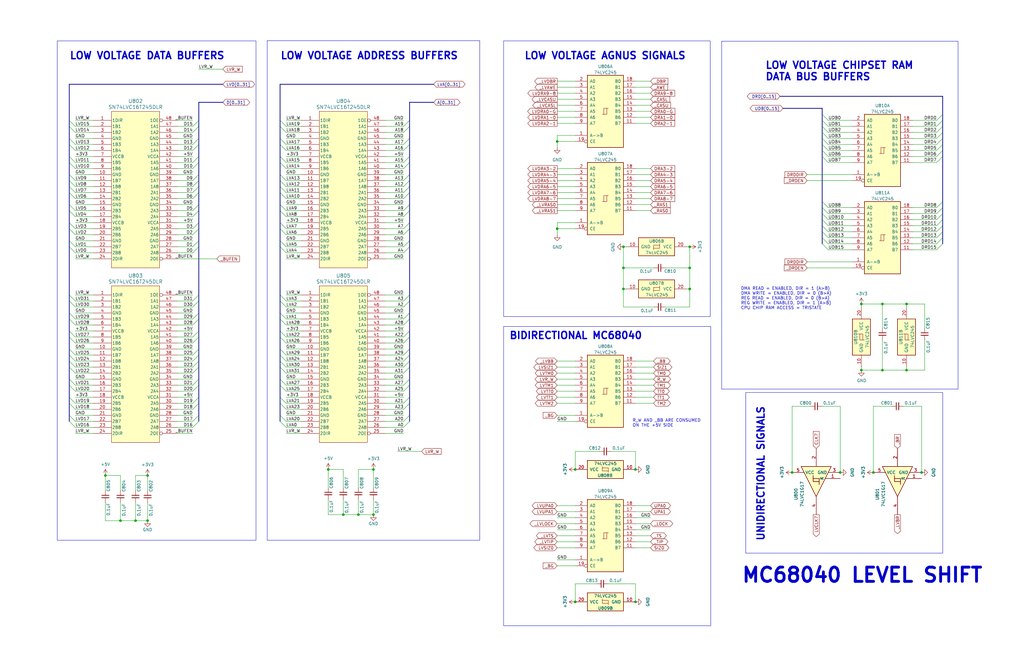
<source format=kicad_sch>
(kicad_sch (version 20231120) (generator "eeschema") (generator_version "8.0")
  (paper "B")
  (title_block (title "AMIGA PCI") (date "2024-05-18") (rev "3.0"))
  (junction (at 262.89 113.03))
  (junction (at 57.15 219.71))
  (junction (at 267.97 198.12))
  (junction (at 363.22 128.27))
  (junction (at 372.11 128.27))
  (junction (at 354.33 199.39))
  (junction (at 234.95 96.52))
  (junction (at 334.01 199.39))
  (junction (at 50.8 219.71))
  (junction (at 290.83 121.92))
  (junction (at 290.83 104.14))
  (junction (at 382.27 128.27))
  (junction (at 234.95 59.69))
  (junction (at 62.23 200.66))
  (junction (at 388.62 199.39))
  (junction (at 382.27 156.21))
  (junction (at 262.89 104.14))
  (junction (at 138.43 198.12))
  (junction (at 44.45 200.66))
  (junction (at 368.3 199.39))
  (junction (at 290.83 113.03))
  (junction (at 262.89 121.92))
  (junction (at 151.13 217.17))
  (junction (at 242.57 198.12))
  (junction (at 157.48 217.17))
  (junction (at 144.78 217.17))
  (junction (at 267.97 254))
  (junction (at 157.48 198.12))
  (junction (at 363.22 156.21))
  (junction (at 62.23 219.71))
  (junction (at 372.11 156.21))
  (junction (at 242.57 254))
  (bus_entry (at 120.65 129.54) (size -2.54 -2.54))
  (bus_entry (at 31.75 180.34) (size -2.54 -2.54))
  (bus_entry (at 349.25 87.63) (size -2.54 -2.54))
  (bus_entry (at 120.65 137.16) (size -2.54 -2.54))
  (bus_entry (at 81.28 60.96) (size 2.54 -2.54))
  (bus_entry (at 120.65 99.06) (size -2.54 -2.54))
  (bus_entry (at 120.65 96.52) (size -2.54 -2.54))
  (bus_entry (at 394.97 102.87) (size 2.54 -2.54))
  (bus_entry (at 81.28 88.9) (size 2.54 -2.54))
  (bus_entry (at 31.75 55.88) (size -2.54 -2.54))
  (bus_entry (at 31.75 91.44) (size -2.54 -2.54))
  (bus_entry (at 120.65 76.2) (size -2.54 -2.54))
  (bus_entry (at 170.18 96.52) (size 2.54 -2.54))
  (bus_entry (at 394.97 66.04) (size 2.54 -2.54))
  (bus_entry (at 394.97 68.58) (size 2.54 -2.54))
  (bus_entry (at 31.75 177.8) (size -2.54 -2.54))
  (bus_entry (at 349.25 66.04) (size -2.54 -2.54))
  (bus_entry (at 31.75 96.52) (size -2.54 -2.54))
  (bus_entry (at 81.28 91.44) (size 2.54 -2.54))
  (bus_entry (at 170.18 55.88) (size 2.54 -2.54))
  (bus_entry (at 81.28 76.2) (size 2.54 -2.54))
  (bus_entry (at 81.28 165.1) (size 2.54 -2.54))
  (bus_entry (at 170.18 170.18) (size 2.54 -2.54))
  (bus_entry (at 31.75 149.86) (size -2.54 -2.54))
  (bus_entry (at 170.18 63.5) (size 2.54 -2.54))
  (bus_entry (at 81.28 83.82) (size 2.54 -2.54))
  (bus_entry (at 31.75 162.56) (size -2.54 -2.54))
  (bus_entry (at 31.75 99.06) (size -2.54 -2.54))
  (bus_entry (at 31.75 127) (size -2.54 -2.54))
  (bus_entry (at 170.18 88.9) (size 2.54 -2.54))
  (bus_entry (at 31.75 157.48) (size -2.54 -2.54))
  (bus_entry (at 81.28 104.14) (size 2.54 -2.54))
  (bus_entry (at 349.25 60.96) (size -2.54 -2.54))
  (bus_entry (at 120.65 63.5) (size -2.54 -2.54))
  (bus_entry (at 394.97 58.42) (size 2.54 -2.54))
  (bus_entry (at 170.18 106.68) (size 2.54 -2.54))
  (bus_entry (at 81.28 172.72) (size 2.54 -2.54))
  (bus_entry (at 81.28 170.18) (size 2.54 -2.54))
  (bus_entry (at 81.28 71.12) (size 2.54 -2.54))
  (bus_entry (at 120.65 157.48) (size -2.54 -2.54))
  (bus_entry (at 31.75 76.2) (size -2.54 -2.54))
  (bus_entry (at 81.28 53.34) (size 2.54 -2.54))
  (bus_entry (at 81.28 154.94) (size 2.54 -2.54))
  (bus_entry (at 81.28 127) (size 2.54 -2.54))
  (bus_entry (at 120.65 170.18) (size -2.54 -2.54))
  (bus_entry (at 349.25 53.34) (size -2.54 -2.54))
  (bus_entry (at 394.97 95.25) (size 2.54 -2.54))
  (bus_entry (at 120.65 152.4) (size -2.54 -2.54))
  (bus_entry (at 31.75 104.14) (size -2.54 -2.54))
  (bus_entry (at 170.18 127) (size 2.54 -2.54))
  (bus_entry (at 31.75 144.78) (size -2.54 -2.54))
  (bus_entry (at 170.18 76.2) (size 2.54 -2.54))
  (bus_entry (at 81.28 162.56) (size 2.54 -2.54))
  (bus_entry (at 31.75 134.62) (size -2.54 -2.54))
  (bus_entry (at 349.25 55.88) (size -2.54 -2.54))
  (bus_entry (at 170.18 165.1) (size 2.54 -2.54))
  (bus_entry (at 120.65 127) (size -2.54 -2.54))
  (bus_entry (at 81.28 96.52) (size 2.54 -2.54))
  (bus_entry (at 120.65 60.96) (size -2.54 -2.54))
  (bus_entry (at 120.65 142.24) (size -2.54 -2.54))
  (bus_entry (at 120.65 180.34) (size -2.54 -2.54))
  (bus_entry (at 81.28 180.34) (size 2.54 -2.54))
  (bus_entry (at 394.97 50.8) (size 2.54 -2.54))
  (bus_entry (at 394.97 105.41) (size 2.54 -2.54))
  (bus_entry (at 31.75 81.28) (size -2.54 -2.54))
  (bus_entry (at 120.65 134.62) (size -2.54 -2.54))
  (bus_entry (at 81.28 137.16) (size 2.54 -2.54))
  (bus_entry (at 31.75 106.68) (size -2.54 -2.54))
  (bus_entry (at 31.75 165.1) (size -2.54 -2.54))
  (bus_entry (at 170.18 157.48) (size 2.54 -2.54))
  (bus_entry (at 120.65 78.74) (size -2.54 -2.54))
  (bus_entry (at 394.97 55.88) (size 2.54 -2.54))
  (bus_entry (at 81.28 99.06) (size 2.54 -2.54))
  (bus_entry (at 170.18 137.16) (size 2.54 -2.54))
  (bus_entry (at 31.75 129.54) (size -2.54 -2.54))
  (bus_entry (at 120.65 165.1) (size -2.54 -2.54))
  (bus_entry (at 31.75 154.94) (size -2.54 -2.54))
  (bus_entry (at 170.18 152.4) (size 2.54 -2.54))
  (bus_entry (at 170.18 144.78) (size 2.54 -2.54))
  (bus_entry (at 394.97 63.5) (size 2.54 -2.54))
  (bus_entry (at 120.65 81.28) (size -2.54 -2.54))
  (bus_entry (at 120.65 83.82) (size -2.54 -2.54))
  (bus_entry (at 120.65 172.72) (size -2.54 -2.54))
  (bus_entry (at 120.65 68.58) (size -2.54 -2.54))
  (bus_entry (at 170.18 142.24) (size 2.54 -2.54))
  (bus_entry (at 170.18 53.34) (size 2.54 -2.54))
  (bus_entry (at 120.65 149.86) (size -2.54 -2.54))
  (bus_entry (at 120.65 53.34) (size -2.54 -2.54))
  (bus_entry (at 81.28 142.24) (size 2.54 -2.54))
  (bus_entry (at 349.25 92.71) (size -2.54 -2.54))
  (bus_entry (at 170.18 149.86) (size 2.54 -2.54))
  (bus_entry (at 120.65 154.94) (size -2.54 -2.54))
  (bus_entry (at 31.75 78.74) (size -2.54 -2.54))
  (bus_entry (at 394.97 53.34) (size 2.54 -2.54))
  (bus_entry (at 31.75 83.82) (size -2.54 -2.54))
  (bus_entry (at 394.97 90.17) (size 2.54 -2.54))
  (bus_entry (at 170.18 172.72) (size 2.54 -2.54))
  (bus_entry (at 349.25 97.79) (size -2.54 -2.54))
  (bus_entry (at 31.75 172.72) (size -2.54 -2.54))
  (bus_entry (at 31.75 63.5) (size -2.54 -2.54))
  (bus_entry (at 81.28 177.8) (size 2.54 -2.54))
  (bus_entry (at 170.18 180.34) (size 2.54 -2.54))
  (bus_entry (at 170.18 162.56) (size 2.54 -2.54))
  (bus_entry (at 349.25 58.42) (size -2.54 -2.54))
  (bus_entry (at 170.18 81.28) (size 2.54 -2.54))
  (bus_entry (at 120.65 71.12) (size -2.54 -2.54))
  (bus_entry (at 170.18 68.58) (size 2.54 -2.54))
  (bus_entry (at 170.18 71.12) (size 2.54 -2.54))
  (bus_entry (at 349.25 95.25) (size -2.54 -2.54))
  (bus_entry (at 81.28 129.54) (size 2.54 -2.54))
  (bus_entry (at 81.28 157.48) (size 2.54 -2.54))
  (bus_entry (at 31.75 142.24) (size -2.54 -2.54))
  (bus_entry (at 394.97 92.71) (size 2.54 -2.54))
  (bus_entry (at 81.28 55.88) (size 2.54 -2.54))
  (bus_entry (at 31.75 53.34) (size -2.54 -2.54))
  (bus_entry (at 81.28 81.28) (size 2.54 -2.54))
  (bus_entry (at 170.18 129.54) (size 2.54 -2.54))
  (bus_entry (at 120.65 91.44) (size -2.54 -2.54))
  (bus_entry (at 31.75 170.18) (size -2.54 -2.54))
  (bus_entry (at 349.25 100.33) (size -2.54 -2.54))
  (bus_entry (at 394.97 100.33) (size 2.54 -2.54))
  (bus_entry (at 394.97 60.96) (size 2.54 -2.54))
  (bus_entry (at 120.65 162.56) (size -2.54 -2.54))
  (bus_entry (at 170.18 99.06) (size 2.54 -2.54))
  (bus_entry (at 349.25 90.17) (size -2.54 -2.54))
  (bus_entry (at 31.75 60.96) (size -2.54 -2.54))
  (bus_entry (at 170.18 60.96) (size 2.54 -2.54))
  (bus_entry (at 81.28 63.5) (size 2.54 -2.54))
  (bus_entry (at 170.18 134.62) (size 2.54 -2.54))
  (bus_entry (at 120.65 177.8) (size -2.54 -2.54))
  (bus_entry (at 170.18 91.44) (size 2.54 -2.54))
  (bus_entry (at 349.25 68.58) (size -2.54 -2.54))
  (bus_entry (at 170.18 78.74) (size 2.54 -2.54))
  (bus_entry (at 81.28 106.68) (size 2.54 -2.54))
  (bus_entry (at 120.65 144.78) (size -2.54 -2.54))
  (bus_entry (at 349.25 50.8) (size -2.54 -2.54))
  (bus_entry (at 120.65 104.14) (size -2.54 -2.54))
  (bus_entry (at 349.25 63.5) (size -2.54 -2.54))
  (bus_entry (at 349.25 102.87) (size -2.54 -2.54))
  (bus_entry (at 31.75 88.9) (size -2.54 -2.54))
  (bus_entry (at 31.75 71.12) (size -2.54 -2.54))
  (bus_entry (at 120.65 88.9) (size -2.54 -2.54))
  (bus_entry (at 120.65 55.88) (size -2.54 -2.54))
  (bus_entry (at 31.75 152.4) (size -2.54 -2.54))
  (bus_entry (at 31.75 137.16) (size -2.54 -2.54))
  (bus_entry (at 81.28 144.78) (size 2.54 -2.54))
  (bus_entry (at 81.28 68.58) (size 2.54 -2.54))
  (bus_entry (at 394.97 97.79) (size 2.54 -2.54))
  (bus_entry (at 349.25 105.41) (size -2.54 -2.54))
  (bus_entry (at 81.28 78.74) (size 2.54 -2.54))
  (bus_entry (at 81.28 152.4) (size 2.54 -2.54))
  (bus_entry (at 170.18 177.8) (size 2.54 -2.54))
  (bus_entry (at 81.28 134.62) (size 2.54 -2.54))
  (bus_entry (at 170.18 154.94) (size 2.54 -2.54))
  (bus_entry (at 394.97 87.63) (size 2.54 -2.54))
  (bus_entry (at 31.75 68.58) (size -2.54 -2.54))
  (bus_entry (at 120.65 106.68) (size -2.54 -2.54))
  (bus_entry (at 170.18 104.14) (size 2.54 -2.54))
  (bus_entry (at 81.28 149.86) (size 2.54 -2.54))
  (bus_entry (at 170.18 83.82) (size 2.54 -2.54))
  (wire (pts (xy 170.18 144.78) (xy 162.56 144.78)))
  (wire (pts (xy 127 167.64) (xy 120.65 167.64)))
  (wire (pts (xy 274.32 34.29) (xy 267.97 34.29)))
  (wire (pts (xy 39.37 147.32) (xy 31.75 147.32)))
  (wire (pts (xy 354.33 199.39) (xy 354.33 171.45)))
  (wire (pts (xy 274.32 215.9) (xy 267.97 215.9)))
  (wire (pts (xy 144.78 198.12) (xy 144.78 205.74)))
  (wire (pts (xy 359.41 90.17) (xy 349.25 90.17)))
  (bus (pts (xy 83.82 68.58) (xy 83.82 66.04)))
  (wire (pts (xy 359.41 53.34) (xy 349.25 53.34)))
  (bus (pts (xy 83.82 154.94) (xy 83.82 152.4)))
  (wire (pts (xy 127 83.82) (xy 120.65 83.82)))
  (wire (pts (xy 290.83 121.92) (xy 289.56 121.92)))
  (wire (pts (xy 39.37 91.44) (xy 31.75 91.44)))
  (bus (pts (xy 397.51 63.5) (xy 397.51 66.04)))
  (bus (pts (xy 346.71 95.25) (xy 346.71 92.71)))
  (wire (pts (xy 242.57 71.12) (xy 234.95 71.12)))
  (wire (pts (xy 81.28 177.8) (xy 74.93 177.8)))
  (wire (pts (xy 363.22 156.21) (xy 372.11 156.21)))
  (wire (pts (xy 127 137.16) (xy 120.65 137.16)))
  (bus (pts (xy 83.82 177.8) (xy 83.82 175.26)))
  (wire (pts (xy 127 127) (xy 120.65 127)))
  (wire (pts (xy 359.41 76.2) (xy 340.36 76.2)))
  (wire (pts (xy 162.56 86.36) (xy 170.18 86.36)))
  (wire (pts (xy 127 124.46) (xy 120.65 124.46)))
  (bus (pts (xy 118.11 134.62) (xy 118.11 139.7)))
  (wire (pts (xy 170.18 137.16) (xy 162.56 137.16)))
  (bus (pts (xy 346.71 92.71) (xy 346.71 90.17)))
  (wire (pts (xy 151.13 210.82) (xy 151.13 217.17)))
  (wire (pts (xy 234.95 223.52) (xy 242.57 223.52)))
  (wire (pts (xy 127 144.78) (xy 120.65 144.78)))
  (wire (pts (xy 93.98 29.21) (xy 83.82 29.21)))
  (bus (pts (xy 172.72 78.74) (xy 172.72 76.2)))
  (bus (pts (xy 83.82 81.28) (xy 83.82 78.74)))
  (wire (pts (xy 170.18 60.96) (xy 162.56 60.96)))
  (wire (pts (xy 170.18 63.5) (xy 162.56 63.5)))
  (bus (pts (xy 346.71 102.87) (xy 346.71 100.33)))
  (wire (pts (xy 127 101.6) (xy 120.65 101.6)))
  (bus (pts (xy 172.72 134.62) (xy 172.72 132.08)))
  (wire (pts (xy 138.43 205.74) (xy 138.43 198.12)))
  (bus (pts (xy 29.21 142.24) (xy 29.21 139.7)))
  (bus (pts (xy 83.82 162.56) (xy 83.82 160.02)))
  (wire (pts (xy 81.28 68.58) (xy 74.93 68.58)))
  (wire (pts (xy 162.56 66.04) (xy 170.18 66.04)))
  (wire (pts (xy 127 60.96) (xy 120.65 60.96)))
  (bus (pts (xy 29.21 53.34) (xy 29.21 50.8)))
  (wire (pts (xy 39.37 99.06) (xy 31.75 99.06)))
  (wire (pts (xy 138.43 217.17) (xy 138.43 210.82)))
  (bus (pts (xy 29.21 170.18) (xy 29.21 167.64)))
  (wire (pts (xy 127 104.14) (xy 120.65 104.14)))
  (wire (pts (xy 57.15 200.66) (xy 62.23 200.66)))
  (wire (pts (xy 81.28 91.44) (xy 74.93 91.44)))
  (wire (pts (xy 170.18 99.06) (xy 162.56 99.06)))
  (wire (pts (xy 384.81 105.41) (xy 394.97 105.41)))
  (wire (pts (xy 170.18 53.34) (xy 162.56 53.34)))
  (wire (pts (xy 74.93 66.04) (xy 81.28 66.04)))
  (bus (pts (xy 346.71 55.88) (xy 346.71 53.34)))
  (bus (pts (xy 29.21 177.8) (xy 29.21 175.26)))
  (wire (pts (xy 274.32 81.28) (xy 267.97 81.28)))
  (wire (pts (xy 275.59 162.56) (xy 267.97 162.56)))
  (wire (pts (xy 127 142.24) (xy 120.65 142.24)))
  (bus (pts (xy 118.11 162.56) (xy 118.11 160.02)))
  (bus (pts (xy 118.11 81.28) (xy 118.11 86.36)))
  (wire (pts (xy 162.56 132.08) (xy 170.18 132.08)))
  (bus (pts (xy 118.11 73.66) (xy 118.11 68.58)))
  (bus (pts (xy 29.21 88.9) (xy 29.21 86.36)))
  (wire (pts (xy 157.48 217.17) (xy 151.13 217.17)))
  (bus (pts (xy 118.11 104.14) (xy 118.11 101.6)))
  (wire (pts (xy 359.41 63.5) (xy 349.25 63.5)))
  (bus (pts (xy 83.82 43.18) (xy 93.98 43.18)))
  (wire (pts (xy 39.37 144.78) (xy 31.75 144.78)))
  (bus (pts (xy 83.82 147.32) (xy 83.82 142.24)))
  (wire (pts (xy 170.18 83.82) (xy 162.56 83.82)))
  (wire (pts (xy 81.28 152.4) (xy 74.93 152.4)))
  (bus (pts (xy 83.82 60.96) (xy 83.82 58.42)))
  (wire (pts (xy 389.89 143.51) (xy 389.89 156.21)))
  (wire (pts (xy 39.37 134.62) (xy 31.75 134.62)))
  (wire (pts (xy 170.18 91.44) (xy 162.56 91.44)))
  (bus (pts (xy 346.71 90.17) (xy 346.71 87.63)))
  (wire (pts (xy 81.28 170.18) (xy 74.93 170.18)))
  (bus (pts (xy 118.11 88.9) (xy 118.11 93.98)))
  (wire (pts (xy 290.83 113.03) (xy 290.83 121.92)))
  (wire (pts (xy 359.41 55.88) (xy 349.25 55.88)))
  (wire (pts (xy 242.57 246.38) (xy 251.46 246.38)))
  (wire (pts (xy 127 165.1) (xy 120.65 165.1)))
  (bus (pts (xy 118.11 35.56) (xy 182.88 35.56)))
  (wire (pts (xy 74.93 58.42) (xy 81.28 58.42)))
  (wire (pts (xy 170.18 55.88) (xy 162.56 55.88)))
  (wire (pts (xy 384.81 87.63) (xy 394.97 87.63)))
  (wire (pts (xy 384.81 58.42) (xy 394.97 58.42)))
  (wire (pts (xy 127 76.2) (xy 120.65 76.2)))
  (wire (pts (xy 81.28 162.56) (xy 74.93 162.56)))
  (wire (pts (xy 242.57 88.9) (xy 234.95 88.9)))
  (wire (pts (xy 382.27 128.27) (xy 389.89 128.27)))
  (wire (pts (xy 354.33 171.45) (xy 346.71 171.45)))
  (bus (pts (xy 83.82 170.18) (xy 83.82 167.64)))
  (wire (pts (xy 127 96.52) (xy 120.65 96.52)))
  (wire (pts (xy 81.28 88.9) (xy 74.93 88.9)))
  (bus (pts (xy 118.11 60.96) (xy 118.11 66.04)))
  (wire (pts (xy 39.37 101.6) (xy 31.75 101.6)))
  (bus (pts (xy 118.11 60.96) (xy 118.11 58.42)))
  (wire (pts (xy 170.18 172.72) (xy 162.56 172.72)))
  (bus (pts (xy 29.21 88.9) (xy 29.21 93.98)))
  (wire (pts (xy 39.37 137.16) (xy 31.75 137.16)))
  (wire (pts (xy 81.28 96.52) (xy 74.93 96.52)))
  (bus (pts (xy 172.72 142.24) (xy 172.72 139.7)))
  (wire (pts (xy 275.59 129.54) (xy 262.89 129.54)))
  (bus (pts (xy 83.82 50.8) (xy 83.82 43.18)))
  (wire (pts (xy 359.41 60.96) (xy 349.25 60.96)))
  (wire (pts (xy 274.32 88.9) (xy 267.97 88.9)))
  (wire (pts (xy 39.37 175.26) (xy 31.75 175.26)))
  (wire (pts (xy 242.57 190.5) (xy 252.73 190.5)))
  (wire (pts (xy 39.37 78.74) (xy 31.75 78.74)))
  (wire (pts (xy 127 88.9) (xy 120.65 88.9)))
  (wire (pts (xy 39.37 81.28) (xy 31.75 81.28)))
  (wire (pts (xy 234.95 228.6) (xy 242.57 228.6)))
  (wire (pts (xy 81.28 134.62) (xy 74.93 134.62)))
  (wire (pts (xy 81.28 142.24) (xy 74.93 142.24)))
  (wire (pts (xy 267.97 83.82) (xy 274.32 83.82)))
  (bus (pts (xy 346.71 53.34) (xy 346.71 50.8)))
  (bus (pts (xy 346.71 50.8) (xy 346.71 48.26)))
  (wire (pts (xy 170.18 71.12) (xy 162.56 71.12)))
  (wire (pts (xy 274.32 41.91) (xy 267.97 41.91)))
  (bus (pts (xy 172.72 124.46) (xy 172.72 104.14)))
  (bus (pts (xy 29.21 60.96) (xy 29.21 66.04)))
  (bus (pts (xy 29.21 162.56) (xy 29.21 167.64)))
  (wire (pts (xy 74.93 182.88) (xy 81.28 182.88)))
  (wire (pts (xy 81.28 172.72) (xy 74.93 172.72)))
  (wire (pts (xy 257.81 190.5) (xy 267.97 190.5)))
  (bus (pts (xy 172.72 53.34) (xy 172.72 50.8)))
  (bus (pts (xy 172.72 76.2) (xy 172.72 73.66)))
  (wire (pts (xy 127 55.88) (xy 120.65 55.88)))
  (wire (pts (xy 39.37 96.52) (xy 31.75 96.52)))
  (bus (pts (xy 397.51 55.88) (xy 397.51 58.42)))
  (wire (pts (xy 274.32 44.45) (xy 267.97 44.45)))
  (bus (pts (xy 29.21 127) (xy 29.21 124.46)))
  (wire (pts (xy 151.13 198.12) (xy 157.48 198.12)))
  (wire (pts (xy 262.89 104.14) (xy 262.89 113.03)))
  (wire (pts (xy 170.18 106.68) (xy 162.56 106.68)))
  (wire (pts (xy 267.97 198.12) (xy 267.97 190.5)))
  (bus (pts (xy 172.72 43.18) (xy 182.88 43.18)))
  (wire (pts (xy 267.97 39.37) (xy 274.32 39.37)))
  (bus (pts (xy 172.72 58.42) (xy 172.72 53.34)))
  (wire (pts (xy 262.89 113.03) (xy 262.89 121.92)))
  (bus (pts (xy 29.21 96.52) (xy 29.21 93.98)))
  (wire (pts (xy 372.11 128.27) (xy 382.27 128.27)))
  (bus (pts (xy 346.71 48.26) (xy 346.71 45.72)))
  (wire (pts (xy 81.28 60.96) (xy 74.93 60.96)))
  (bus (pts (xy 172.72 149.86) (xy 172.72 147.32)))
  (wire (pts (xy 74.93 50.8) (xy 81.28 50.8)))
  (bus (pts (xy 118.11 50.8) (xy 118.11 35.56)))
  (wire (pts (xy 81.28 144.78) (xy 74.93 144.78)))
  (wire (pts (xy 127 182.88) (xy 120.65 182.88)))
  (wire (pts (xy 57.15 212.09) (xy 57.15 219.71)))
  (wire (pts (xy 382.27 128.27) (xy 382.27 129.54)))
  (wire (pts (xy 359.41 50.8) (xy 349.25 50.8)))
  (wire (pts (xy 39.37 93.98) (xy 31.75 93.98)))
  (bus (pts (xy 172.72 127) (xy 172.72 124.46)))
  (wire (pts (xy 39.37 157.48) (xy 31.75 157.48)))
  (bus (pts (xy 83.82 73.66) (xy 83.82 68.58)))
  (wire (pts (xy 242.57 59.69) (xy 234.95 59.69)))
  (bus (pts (xy 83.82 66.04) (xy 83.82 60.96)))
  (bus (pts (xy 328.93 40.64) (xy 397.51 40.64)))
  (wire (pts (xy 157.48 205.74) (xy 157.48 198.12)))
  (bus (pts (xy 29.21 81.28) (xy 29.21 78.74)))
  (wire (pts (xy 127 154.94) (xy 120.65 154.94)))
  (wire (pts (xy 74.93 167.64) (xy 81.28 167.64)))
  (wire (pts (xy 127 63.5) (xy 120.65 63.5)))
  (wire (pts (xy 81.28 99.06) (xy 74.93 99.06)))
  (bus (pts (xy 172.72 132.08) (xy 172.72 127)))
  (wire (pts (xy 242.57 93.98) (xy 234.95 93.98)))
  (wire (pts (xy 74.93 147.32) (xy 81.28 147.32)))
  (bus (pts (xy 118.11 88.9) (xy 118.11 86.36)))
  (wire (pts (xy 127 175.26) (xy 120.65 175.26)))
  (wire (pts (xy 74.93 124.46) (xy 81.28 124.46)))
  (bus (pts (xy 397.51 87.63) (xy 397.51 90.17)))
  (wire (pts (xy 170.18 127) (xy 162.56 127)))
  (wire (pts (xy 234.95 83.82) (xy 242.57 83.82)))
  (wire (pts (xy 384.81 66.04) (xy 394.97 66.04)))
  (bus (pts (xy 346.71 63.5) (xy 346.71 60.96)))
  (wire (pts (xy 170.18 81.28) (xy 162.56 81.28)))
  (bus (pts (xy 397.51 53.34) (xy 397.51 55.88)))
  (wire (pts (xy 39.37 124.46) (xy 31.75 124.46)))
  (wire (pts (xy 39.37 68.58) (xy 31.75 68.58)))
  (bus (pts (xy 29.21 81.28) (xy 29.21 86.36)))
  (wire (pts (xy 50.8 212.09) (xy 50.8 219.71)))
  (wire (pts (xy 234.95 59.69) (xy 234.95 62.23)))
  (wire (pts (xy 234.95 96.52) (xy 234.95 99.06)))
  (wire (pts (xy 234.95 215.9) (xy 242.57 215.9)))
  (wire (pts (xy 234.95 165.1) (xy 242.57 165.1)))
  (bus (pts (xy 172.72 96.52) (xy 172.72 93.98)))
  (bus (pts (xy 29.21 104.14) (xy 29.21 101.6)))
  (wire (pts (xy 359.41 95.25) (xy 349.25 95.25)))
  (wire (pts (xy 127 93.98) (xy 120.65 93.98)))
  (wire (pts (xy 274.32 73.66) (xy 267.97 73.66)))
  (bus (pts (xy 118.11 162.56) (xy 118.11 167.64)))
  (bus (pts (xy 172.72 101.6) (xy 172.72 96.52)))
  (bus (pts (xy 172.72 104.14) (xy 172.72 101.6)))
  (bus (pts (xy 172.72 167.64) (xy 172.72 162.56)))
  (wire (pts (xy 127 180.34) (xy 120.65 180.34)))
  (bus (pts (xy 172.72 139.7) (xy 172.72 134.62)))
  (wire (pts (xy 39.37 167.64) (xy 31.75 167.64)))
  (wire (pts (xy 274.32 71.12) (xy 267.97 71.12)))
  (wire (pts (xy 242.57 34.29) (xy 234.95 34.29)))
  (wire (pts (xy 384.81 55.88) (xy 394.97 55.88)))
  (wire (pts (xy 127 149.86) (xy 120.65 149.86)))
  (wire (pts (xy 127 86.36) (xy 120.65 86.36)))
  (wire (pts (xy 242.57 44.45) (xy 234.95 44.45)))
  (bus (pts (xy 83.82 86.36) (xy 83.82 81.28)))
  (bus (pts (xy 83.82 127) (xy 83.82 124.46)))
  (wire (pts (xy 39.37 149.86) (xy 31.75 149.86)))
  (bus (pts (xy 29.21 68.58) (xy 29.21 66.04)))
  (wire (pts (xy 384.81 97.79) (xy 394.97 97.79)))
  (bus (pts (xy 118.11 134.62) (xy 118.11 132.08)))
  (wire (pts (xy 359.41 87.63) (xy 349.25 87.63)))
  (wire (pts (xy 162.56 139.7) (xy 170.18 139.7)))
  (wire (pts (xy 242.57 154.94) (xy 234.95 154.94)))
  (bus (pts (xy 118.11 154.94) (xy 118.11 152.4)))
  (wire (pts (xy 162.56 167.64) (xy 170.18 167.64)))
  (wire (pts (xy 170.18 157.48) (xy 162.56 157.48)))
  (wire (pts (xy 177.8 190.5) (xy 167.64 190.5)))
  (wire (pts (xy 127 129.54) (xy 120.65 129.54)))
  (bus (pts (xy 172.72 68.58) (xy 172.72 66.04)))
  (wire (pts (xy 144.78 217.17) (xy 138.43 217.17)))
  (bus (pts (xy 83.82 58.42) (xy 83.82 53.34)))
  (wire (pts (xy 81.28 63.5) (xy 74.93 63.5)))
  (bus (pts (xy 83.82 142.24) (xy 83.82 139.7)))
  (wire (pts (xy 81.28 104.14) (xy 74.93 104.14)))
  (bus (pts (xy 118.11 124.46) (xy 118.11 104.14)))
  (wire (pts (xy 39.37 83.82) (xy 31.75 83.82)))
  (bus (pts (xy 83.82 76.2) (xy 83.82 73.66)))
  (wire (pts (xy 39.37 152.4) (xy 31.75 152.4)))
  (bus (pts (xy 29.21 154.94) (xy 29.21 160.02)))
  (bus (pts (xy 83.82 175.26) (xy 83.82 170.18)))
  (wire (pts (xy 359.41 102.87) (xy 349.25 102.87)))
  (wire (pts (xy 274.32 213.36) (xy 267.97 213.36)))
  (wire (pts (xy 170.18 76.2) (xy 162.56 76.2)))
  (wire (pts (xy 170.18 104.14) (xy 162.56 104.14)))
  (wire (pts (xy 62.23 207.01) (xy 62.23 200.66)))
  (bus (pts (xy 172.72 170.18) (xy 172.72 167.64)))
  (bus (pts (xy 397.51 92.71) (xy 397.51 95.25)))
  (wire (pts (xy 290.83 113.03) (xy 280.67 113.03)))
  (wire (pts (xy 267.97 46.99) (xy 274.32 46.99)))
  (wire (pts (xy 127 160.02) (xy 120.65 160.02)))
  (wire (pts (xy 39.37 55.88) (xy 31.75 55.88)))
  (wire (pts (xy 81.28 53.34) (xy 74.93 53.34)))
  (wire (pts (xy 242.57 162.56) (xy 234.95 162.56)))
  (wire (pts (xy 242.57 236.22) (xy 234.95 236.22)))
  (wire (pts (xy 363.22 128.27) (xy 372.11 128.27)))
  (wire (pts (xy 157.48 217.17) (xy 157.48 210.82)))
  (wire (pts (xy 39.37 86.36) (xy 31.75 86.36)))
  (bus (pts (xy 29.21 147.32) (xy 29.21 142.24)))
  (bus (pts (xy 397.51 60.96) (xy 397.51 63.5)))
  (wire (pts (xy 388.62 171.45) (xy 381 171.45)))
  (wire (pts (xy 267.97 254) (xy 267.97 246.38)))
  (wire (pts (xy 39.37 165.1) (xy 31.75 165.1)))
  (wire (pts (xy 359.41 66.04) (xy 349.25 66.04)))
  (wire (pts (xy 274.32 223.52) (xy 267.97 223.52)))
  (wire (pts (xy 81.28 127) (xy 74.93 127)))
  (wire (pts (xy 234.95 220.98) (xy 242.57 220.98)))
  (wire (pts (xy 39.37 160.02) (xy 31.75 160.02)))
  (bus (pts (xy 172.72 93.98) (xy 172.72 88.9)))
  (wire (pts (xy 384.81 53.34) (xy 394.97 53.34)))
  (wire (pts (xy 363.22 156.21) (xy 363.22 154.94)))
  (wire (pts (xy 127 152.4) (xy 120.65 152.4)))
  (wire (pts (xy 127 177.8) (xy 120.65 177.8)))
  (wire (pts (xy 39.37 104.14) (xy 31.75 104.14)))
  (wire (pts (xy 384.81 63.5) (xy 394.97 63.5)))
  (wire (pts (xy 162.56 147.32) (xy 170.18 147.32)))
  (bus (pts (xy 118.11 96.52) (xy 118.11 93.98)))
  (bus (pts (xy 83.82 96.52) (xy 83.82 93.98)))
  (wire (pts (xy 264.16 121.92) (xy 262.89 121.92)))
  (wire (pts (xy 162.56 109.22) (xy 170.18 109.22)))
  (wire (pts (xy 384.81 92.71) (xy 394.97 92.71)))
  (bus (pts (xy 29.21 35.56) (xy 93.98 35.56)))
  (wire (pts (xy 170.18 88.9) (xy 162.56 88.9)))
  (wire (pts (xy 81.28 76.2) (xy 74.93 76.2)))
  (wire (pts (xy 234.95 39.37) (xy 242.57 39.37)))
  (wire (pts (xy 162.56 175.26) (xy 170.18 175.26)))
  (bus (pts (xy 397.51 90.17) (xy 397.51 92.71)))
  (wire (pts (xy 170.18 129.54) (xy 162.56 129.54)))
  (wire (pts (xy 242.57 170.18) (xy 234.95 170.18)))
  (wire (pts (xy 290.83 104.14) (xy 289.56 104.14)))
  (wire (pts (xy 39.37 106.68) (xy 31.75 106.68)))
  (wire (pts (xy 242.57 41.91) (xy 234.95 41.91)))
  (wire (pts (xy 242.57 177.8) (xy 234.95 177.8)))
  (bus (pts (xy 29.21 149.86) (xy 29.21 147.32)))
  (wire (pts (xy 359.41 100.33) (xy 349.25 100.33)))
  (wire (pts (xy 57.15 219.71) (xy 50.8 219.71)))
  (wire (pts (xy 242.57 167.64) (xy 234.95 167.64)))
  (wire (pts (xy 375.92 171.45) (xy 368.3 171.45)))
  (bus (pts (xy 397.51 95.25) (xy 397.51 97.79)))
  (bus (pts (xy 346.71 97.79) (xy 346.71 95.25)))
  (wire (pts (xy 74.93 101.6) (xy 81.28 101.6)))
  (wire (pts (xy 242.57 81.28) (xy 234.95 81.28)))
  (wire (pts (xy 39.37 71.12) (xy 31.75 71.12)))
  (wire (pts (xy 127 50.8) (xy 120.65 50.8)))
  (wire (pts (xy 359.41 92.71) (xy 349.25 92.71)))
  (wire (pts (xy 144.78 210.82) (xy 144.78 217.17)))
  (wire (pts (xy 234.95 46.99) (xy 242.57 46.99)))
  (bus (pts (xy 397.51 66.04) (xy 397.51 85.09)))
  (wire (pts (xy 382.27 156.21) (xy 389.89 156.21)))
  (wire (pts (xy 170.18 162.56) (xy 162.56 162.56)))
  (wire (pts (xy 151.13 217.17) (xy 144.78 217.17)))
  (wire (pts (xy 170.18 134.62) (xy 162.56 134.62)))
  (wire (pts (xy 384.81 68.58) (xy 394.97 68.58)))
  (bus (pts (xy 118.11 68.58) (xy 118.11 66.04)))
  (bus (pts (xy 172.72 88.9) (xy 172.72 86.36)))
  (bus (pts (xy 118.11 127) (xy 118.11 124.46)))
  (wire (pts (xy 162.56 124.46) (xy 170.18 124.46)))
  (wire (pts (xy 274.32 36.83) (xy 267.97 36.83)))
  (wire (pts (xy 127 99.06) (xy 120.65 99.06)))
  (bus (pts (xy 118.11 149.86) (xy 118.11 147.32)))
  (wire (pts (xy 151.13 198.12) (xy 151.13 205.74)))
  (wire (pts (xy 267.97 76.2) (xy 274.32 76.2)))
  (wire (pts (xy 127 68.58) (xy 120.65 68.58)))
  (wire (pts (xy 341.63 171.45) (xy 334.01 171.45)))
  (bus (pts (xy 172.72 147.32) (xy 172.72 142.24)))
  (wire (pts (xy 127 134.62) (xy 120.65 134.62)))
  (bus (pts (xy 83.82 53.34) (xy 83.82 50.8)))
  (bus (pts (xy 83.82 101.6) (xy 83.82 96.52)))
  (wire (pts (xy 127 132.08) (xy 120.65 132.08)))
  (wire (pts (xy 74.93 73.66) (xy 81.28 73.66)))
  (wire (pts (xy 74.93 93.98) (xy 81.28 93.98)))
  (wire (pts (xy 44.45 200.66) (xy 50.8 200.66)))
  (wire (pts (xy 359.41 73.66) (xy 340.36 73.66)))
  (wire (pts (xy 74.93 160.02) (xy 81.28 160.02)))
  (bus (pts (xy 172.72 73.66) (xy 172.72 68.58)))
  (wire (pts (xy 162.56 160.02) (xy 170.18 160.02)))
  (wire (pts (xy 39.37 88.9) (xy 31.75 88.9)))
  (wire (pts (xy 39.37 58.42) (xy 31.75 58.42)))
  (bus (pts (xy 29.21 78.74) (xy 29.21 76.2)))
  (wire (pts (xy 242.57 73.66) (xy 234.95 73.66)))
  (wire (pts (xy 275.59 154.94) (xy 267.97 154.94)))
  (wire (pts (xy 242.57 49.53) (xy 234.95 49.53)))
  (wire (pts (xy 62.23 219.71) (xy 62.23 212.09)))
  (wire (pts (xy 39.37 139.7) (xy 31.75 139.7)))
  (wire (pts (xy 74.93 109.22) (xy 91.44 109.22)))
  (bus (pts (xy 83.82 78.74) (xy 83.82 76.2)))
  (wire (pts (xy 81.28 55.88) (xy 74.93 55.88)))
  (wire (pts (xy 267.97 218.44) (xy 274.32 218.44)))
  (wire (pts (xy 372.11 156.21) (xy 382.27 156.21)))
  (wire (pts (xy 275.59 160.02) (xy 267.97 160.02)))
  (bus (pts (xy 397.51 97.79) (xy 397.51 100.33)))
  (wire (pts (xy 242.57 226.06) (xy 234.95 226.06)))
  (wire (pts (xy 170.18 78.74) (xy 162.56 78.74)))
  (wire (pts (xy 384.81 50.8) (xy 394.97 50.8)))
  (wire (pts (xy 275.59 170.18) (xy 267.97 170.18)))
  (wire (pts (xy 274.32 231.14) (xy 267.97 231.14)))
  (wire (pts (xy 242.57 36.83) (xy 234.95 36.83)))
  (bus (pts (xy 29.21 76.2) (xy 29.21 73.66)))
  (wire (pts (xy 127 91.44) (xy 120.65 91.44)))
  (wire (pts (xy 170.18 68.58) (xy 162.56 68.58)))
  (bus (pts (xy 118.11 177.8) (xy 118.11 175.26)))
  (bus (pts (xy 346.71 85.09) (xy 346.71 66.04)))
  (wire (pts (xy 256.54 246.38) (xy 267.97 246.38)))
  (wire (pts (xy 290.83 121.92) (xy 290.83 129.54)))
  (wire (pts (xy 81.28 165.1) (xy 74.93 165.1)))
  (wire (pts (xy 127 162.56) (xy 120.65 162.56)))
  (bus (pts (xy 118.11 53.34) (xy 118.11 58.42)))
  (wire (pts (xy 39.37 170.18) (xy 31.75 170.18)))
  (bus (pts (xy 172.72 50.8) (xy 172.72 43.18)))
  (wire (pts (xy 81.28 154.94) (xy 74.93 154.94)))
  (wire (pts (xy 262.89 121.92) (xy 262.89 129.54)))
  (bus (pts (xy 330.2 45.72) (xy 346.71 45.72)))
  (wire (pts (xy 50.8 219.71) (xy 44.45 219.71)))
  (wire (pts (xy 39.37 63.5) (xy 31.75 63.5)))
  (bus (pts (xy 118.11 127) (xy 118.11 132.08)))
  (bus (pts (xy 172.72 160.02) (xy 172.72 154.94)))
  (wire (pts (xy 127 66.04) (xy 120.65 66.04)))
  (wire (pts (xy 242.57 152.4) (xy 234.95 152.4)))
  (bus (pts (xy 172.72 86.36) (xy 172.72 81.28)))
  (bus (pts (xy 29.21 170.18) (xy 29.21 175.26)))
  (bus (pts (xy 29.21 162.56) (xy 29.21 160.02)))
  (bus (pts (xy 29.21 154.94) (xy 29.21 152.4)))
  (wire (pts (xy 39.37 177.8) (xy 31.75 177.8)))
  (wire (pts (xy 81.28 157.48) (xy 74.93 157.48)))
  (wire (pts (xy 372.11 143.51) (xy 372.11 156.21)))
  (wire (pts (xy 384.81 90.17) (xy 394.97 90.17)))
  (wire (pts (xy 359.41 58.42) (xy 349.25 58.42)))
  (wire (pts (xy 39.37 172.72) (xy 31.75 172.72)))
  (bus (pts (xy 397.51 58.42) (xy 397.51 60.96)))
  (wire (pts (xy 39.37 162.56) (xy 31.75 162.56)))
  (bus (pts (xy 29.21 152.4) (xy 29.21 149.86)))
  (wire (pts (xy 39.37 154.94) (xy 31.75 154.94)))
  (wire (pts (xy 127 147.32) (xy 120.65 147.32)))
  (wire (pts (xy 127 172.72) (xy 120.65 172.72)))
  (wire (pts (xy 363.22 128.27) (xy 363.22 129.54)))
  (wire (pts (xy 127 71.12) (xy 120.65 71.12)))
  (wire (pts (xy 280.67 129.54) (xy 290.83 129.54)))
  (wire (pts (xy 334.01 171.45) (xy 334.01 199.39)))
  (wire (pts (xy 170.18 177.8) (xy 162.56 177.8)))
  (wire (pts (xy 384.81 95.25) (xy 394.97 95.25)))
  (bus (pts (xy 29.21 134.62) (xy 29.21 139.7)))
  (wire (pts (xy 234.95 57.15) (xy 234.95 59.69)))
  (wire (pts (xy 242.57 57.15) (xy 234.95 57.15)))
  (wire (pts (xy 81.28 129.54) (xy 74.93 129.54)))
  (wire (pts (xy 242.57 52.07) (xy 234.95 52.07)))
  (wire (pts (xy 170.18 154.94) (xy 162.56 154.94)))
  (bus (pts (xy 83.82 93.98) (xy 83.82 88.9)))
  (wire (pts (xy 162.56 73.66) (xy 170.18 73.66)))
  (wire (pts (xy 127 157.48) (xy 120.65 157.48)))
  (wire (pts (xy 384.81 60.96) (xy 394.97 60.96)))
  (wire (pts (xy 242.57 175.26) (xy 234.95 175.26)))
  (bus (pts (xy 118.11 81.28) (xy 118.11 78.74)))
  (bus (pts (xy 29.21 96.52) (xy 29.21 101.6)))
  (wire (pts (xy 274.32 228.6) (xy 267.97 228.6)))
  (bus (pts (xy 118.11 78.74) (xy 118.11 76.2)))
  (bus (pts (xy 172.72 81.28) (xy 172.72 78.74)))
  (bus (pts (xy 83.82 134.62) (xy 83.82 132.08)))
  (wire (pts (xy 39.37 127) (xy 31.75 127)))
  (bus (pts (xy 83.82 104.14) (xy 83.82 101.6)))
  (wire (pts (xy 274.32 52.07) (xy 267.97 52.07)))
  (wire (pts (xy 39.37 142.24) (xy 31.75 142.24)))
  (bus (pts (xy 83.82 149.86) (xy 83.82 147.32)))
  (wire (pts (xy 162.56 93.98) (xy 170.18 93.98)))
  (wire (pts (xy 81.28 106.68) (xy 74.93 106.68)))
  (bus (pts (xy 29.21 53.34) (xy 29.21 58.42)))
  (wire (pts (xy 81.28 149.86) (xy 74.93 149.86)))
  (wire (pts (xy 242.57 86.36) (xy 234.95 86.36)))
  (bus (pts (xy 29.21 73.66) (xy 29.21 68.58)))
  (wire (pts (xy 359.41 97.79) (xy 349.25 97.79)))
  (wire (pts (xy 74.93 132.08) (xy 81.28 132.08)))
  (wire (pts (xy 267.97 157.48) (xy 275.59 157.48)))
  (wire (pts (xy 39.37 53.34) (xy 31.75 53.34)))
  (wire (pts (xy 170.18 152.4) (xy 162.56 152.4)))
  (wire (pts (xy 127 139.7) (xy 120.65 139.7)))
  (wire (pts (xy 170.18 165.1) (xy 162.56 165.1)))
  (bus (pts (xy 118.11 170.18) (xy 118.11 175.26)))
  (wire (pts (xy 242.57 198.12) (xy 242.57 190.5)))
  (bus (pts (xy 83.82 167.64) (xy 83.82 162.56)))
  (wire (pts (xy 127 106.68) (xy 120.65 106.68)))
  (wire (pts (xy 170.18 180.34) (xy 162.56 180.34)))
  (wire (pts (xy 81.28 71.12) (xy 74.93 71.12)))
  (bus (pts (xy 397.51 48.26) (xy 397.51 50.8)))
  (bus (pts (xy 118.11 142.24) (xy 118.11 139.7)))
  (wire (pts (xy 39.37 73.66) (xy 31.75 73.66)))
  (bus (pts (xy 83.82 88.9) (xy 83.82 86.36)))
  (wire (pts (xy 81.28 78.74) (xy 74.93 78.74)))
  (wire (pts (xy 170.18 142.24) (xy 162.56 142.24)))
  (wire (pts (xy 81.28 81.28) (xy 74.93 81.28)))
  (wire (pts (xy 127 109.22) (xy 120.65 109.22)))
  (bus (pts (xy 172.72 175.26) (xy 172.72 170.18)))
  (bus (pts (xy 83.82 152.4) (xy 83.82 149.86)))
  (wire (pts (xy 39.37 132.08) (xy 31.75 132.08)))
  (wire (pts (xy 234.95 238.76) (xy 242.57 238.76)))
  (wire (pts (xy 359.41 110.49) (xy 340.36 110.49)))
  (wire (pts (xy 62.23 219.71) (xy 57.15 219.71)))
  (wire (pts (xy 262.89 104.14) (xy 264.16 104.14)))
  (bus (pts (xy 118.11 96.52) (xy 118.11 101.6)))
  (wire (pts (xy 234.95 231.14) (xy 242.57 231.14)))
  (wire (pts (xy 382.27 154.94) (xy 382.27 156.21)))
  (bus (pts (xy 397.51 40.64) (xy 397.51 48.26)))
  (wire (pts (xy 170.18 182.88) (xy 162.56 182.88)))
  (bus (pts (xy 29.21 60.96) (xy 29.21 58.42)))
  (bus (pts (xy 346.71 60.96) (xy 346.71 58.42)))
  (bus (pts (xy 172.72 152.4) (xy 172.72 149.86)))
  (wire (pts (xy 44.45 207.01) (xy 44.45 200.66)))
  (bus (pts (xy 83.82 124.46) (xy 83.82 104.14)))
  (wire (pts (xy 127 73.66) (xy 120.65 73.66)))
  (wire (pts (xy 290.83 104.14) (xy 290.83 113.03)))
  (bus (pts (xy 172.72 177.8) (xy 172.72 175.26)))
  (wire (pts (xy 275.59 167.64) (xy 267.97 167.64)))
  (bus (pts (xy 172.72 162.56) (xy 172.72 160.02)))
  (bus (pts (xy 118.11 154.94) (xy 118.11 160.02)))
  (wire (pts (xy 81.28 83.82) (xy 74.93 83.82)))
  (wire (pts (xy 127 170.18) (xy 120.65 170.18)))
  (bus (pts (xy 29.21 50.8) (xy 29.21 35.56)))
  (bus (pts (xy 172.72 154.94) (xy 172.72 152.4)))
  (wire (pts (xy 275.59 152.4) (xy 267.97 152.4)))
  (wire (pts (xy 359.41 113.03) (xy 340.36 113.03)))
  (wire (pts (xy 74.93 86.36) (xy 81.28 86.36)))
  (bus (pts (xy 397.51 85.09) (xy 397.51 87.63)))
  (wire (pts (xy 274.32 78.74) (xy 267.97 78.74)))
  (wire (pts (xy 162.56 101.6) (xy 170.18 101.6)))
  (wire (pts (xy 359.41 68.58) (xy 349.25 68.58)))
  (wire (pts (xy 39.37 66.04) (xy 31.75 66.04)))
  (bus (pts (xy 118.11 53.34) (xy 118.11 50.8)))
  (wire (pts (xy 170.18 96.52) (xy 162.56 96.52)))
  (wire (pts (xy 274.32 86.36) (xy 267.97 86.36)))
  (bus (pts (xy 172.72 66.04) (xy 172.72 60.96)))
  (wire (pts (xy 274.32 49.53) (xy 267.97 49.53)))
  (wire (pts (xy 39.37 182.88) (xy 31.75 182.88)))
  (wire (pts (xy 368.3 171.45) (xy 368.3 199.39)))
  (wire (pts (xy 39.37 109.22) (xy 31.75 109.22)))
  (wire (pts (xy 39.37 180.34) (xy 31.75 180.34)))
  (bus (pts (xy 83.82 160.02) (xy 83.82 154.94)))
  (wire (pts (xy 44.45 219.71) (xy 44.45 212.09)))
  (wire (pts (xy 274.32 220.98) (xy 267.97 220.98)))
  (wire (pts (xy 234.95 213.36) (xy 242.57 213.36)))
  (wire (pts (xy 170.18 170.18) (xy 162.56 170.18)))
  (wire (pts (xy 234.95 93.98) (xy 234.95 96.52)))
  (wire (pts (xy 127 53.34) (xy 120.65 53.34)))
  (wire (pts (xy 234.95 157.48) (xy 242.57 157.48)))
  (wire (pts (xy 162.56 58.42) (xy 170.18 58.42)))
  (bus (pts (xy 397.51 100.33) (xy 397.51 102.87)))
  (bus (pts (xy 29.21 127) (xy 29.21 132.08)))
  (wire (pts (xy 234.95 76.2) (xy 242.57 76.2)))
  (bus (pts (xy 118.11 170.18) (xy 118.11 167.64)))
  (bus (pts (xy 397.51 50.8) (xy 397.51 53.34)))
  (bus (pts (xy 172.72 60.96) (xy 172.72 58.42)))
  (wire (pts (xy 275.59 113.03) (xy 262.89 113.03)))
  (wire (pts (xy 74.93 139.7) (xy 81.28 139.7)))
  (wire (pts (xy 50.8 200.66) (xy 50.8 207.01)))
  (bus (pts (xy 83.82 139.7) (xy 83.82 134.62)))
  (wire (pts (xy 39.37 129.54) (xy 31.75 129.54)))
  (bus (pts (xy 346.71 87.63) (xy 346.71 85.09)))
  (wire (pts (xy 127 78.74) (xy 120.65 78.74)))
  (bus (pts (xy 118.11 152.4) (xy 118.11 149.86)))
  (wire (pts (xy 359.41 105.41) (xy 349.25 105.41)))
  (wire (pts (xy 57.15 200.66) (xy 57.15 207.01)))
  (wire (pts (xy 242.57 78.74) (xy 234.95 78.74)))
  (bus (pts (xy 83.82 132.08) (xy 83.82 127)))
  (wire (pts (xy 242.57 160.02) (xy 234.95 160.02)))
  (wire (pts (xy 127 81.28) (xy 120.65 81.28)))
  (bus (pts (xy 29.21 134.62) (xy 29.21 132.08)))
  (wire (pts (xy 389.89 138.43) (xy 389.89 128.27)))
  (wire (pts (xy 372.11 128.27) (xy 372.11 138.43)))
  (bus (pts (xy 346.71 58.42) (xy 346.71 55.88)))
  (wire (pts (xy 127 58.42) (xy 120.65 58.42)))
  (wire (pts (xy 267.97 165.1) (xy 275.59 165.1)))
  (wire (pts (xy 242.57 218.44) (xy 234.95 218.44)))
  (wire (pts (xy 74.93 175.26) (xy 81.28 175.26)))
  (bus (pts (xy 29.21 124.46) (xy 29.21 104.14)))
  (wire (pts (xy 138.43 198.12) (xy 144.78 198.12)))
  (wire (pts (xy 81.28 180.34) (xy 74.93 180.34)))
  (bus (pts (xy 118.11 76.2) (xy 118.11 73.66)))
  (wire (pts (xy 242.57 96.52) (xy 234.95 96.52)))
  (wire (pts (xy 39.37 50.8) (xy 31.75 50.8)))
  (bus (pts (xy 118.11 147.32) (xy 118.11 142.24)))
  (bus (pts (xy 346.71 66.04) (xy 346.71 63.5)))
  (wire (pts (xy 384.81 102.87) (xy 394.97 102.87)))
  (wire (pts (xy 388.62 199.39) (xy 388.62 171.45)))
  (wire (pts (xy 81.28 137.16) (xy 74.93 137.16)))
  (wire (pts (xy 162.56 50.8) (xy 170.18 50.8)))
  (wire (pts (xy 242.57 254) (xy 242.57 246.38)))
  (wire (pts (xy 170.18 149.86) (xy 162.56 149.86)))
  (bus (pts (xy 346.71 100.33) (xy 346.71 97.79)))
  (wire (pts (xy 267.97 226.06) (xy 274.32 226.06)))
  (wire (pts (xy 39.37 76.2) (xy 31.75 76.2)))
  (wire (pts (xy 39.37 60.96) (xy 31.75 60.96)))
  (wire (pts (xy 384.81 100.33) (xy 394.97 100.33)))
  (rectangle (start 212.344 137.795) (end 299.72 264.033))
  (rectangle (start 314.452 165.608) (end 397.51 233.426))
  (rectangle (start 212.344 17.272) (end 299.466 133.604))
  (rectangle (start 304.292 17.399) (end 403.987 164.211))
  (rectangle (start 112.649 17.145) (end 202.311 227.965))
  (rectangle (start 24.13 17.272) (end 107.95 227.965))
  (text "R_W AND _BB ARE CONSUMED \nON THE +5V SIDE" (at 266.7 180.34 0) (effects (font (size 1.27 1.27)) (justify left bottom)))
  (text "LOW VOLTAGE CHIPSET RAM\nDATA BUS BUFFERS" (at 322.58 34.29 0) (effects (font (size 3 3) (thickness 0.6) (bold yes)) (justify left bottom)))
  (text "BIDIRECTIONAL MC68040" (at 214.63 143.51 0) (effects (font (size 3 3) (thickness 0.6) (bold yes)) (justify left bottom)))
  (text "UNIDIRECTIONAL SIGNALS" (at 322.58 228.6 90) (effects (font (size 3 3) (thickness 0.6) (bold yes)) (justify left bottom)))
  (text "LOW VOLTAGE DATA BUFFERS" (at 29.21 25.4 0) (effects (font (size 3 3) (thickness 0.6) (bold yes)) (justify left bottom)))
  (text "LOW VOLTAGE AGNUS SIGNALS" (at 220.98 25.4 0) (effects (font (size 3 3) (thickness 0.6) (bold yes)) (justify left bottom)))
  (text "DMA READ = ENABLED, DIR = 1 (A>B)\nDMA WRITE = ENABLED, DIR = 0 (B>A)\nREG READ = ENABLED, DIR = 0 (B>A)\nREG WRITE = ENABLED, DIR = 1 (A>B)\nCPU CHIP RAM ACCESS = TRISTATE" (at 312.42 130.81 0) (effects (font (size 1.27 1.27)) (justify left bottom)))
  (text "MC68040 LEVEL SHIFT" (at 312.42 246.38 0) (effects (font (size 6 6) (bold yes)) (justify left bottom)))
  (text "LOW VOLTAGE ADDRESS BUFFERS" (at 118.11 25.4 0) (effects (font (size 3 3) (thickness 0.6) (bold yes)) (justify left bottom)))
  (label "D17" (at 81.28 177.8 180))
  (label "LVD14" (at 31.75 55.88 0))
  (label "A20" (at 170.18 177.8 180))
  (label "UDB2" (at 349.25 55.88 0) (effects (font (size 1.2954 1.2954))))
  (label "+5V" (at 170.18 167.64 180))
  (label "LVA22" (at 120.65 142.24 0))
  (label "LVA2" (at 120.65 129.54 0))
  (label "LVD2" (at 31.75 99.06 0))
  (label "LVD3" (at 31.75 96.52 0))
  (label "GND" (at 81.28 73.66 180))
  (label "A5" (at 170.18 104.14 180))
  (label "GND" (at 170.18 124.46 180))
  (label "A19" (at 170.18 53.34 180))
  (label "D31" (at 81.28 127 180))
  (label "_BUFEN" (at 81.28 109.22 180))
  (label "D21" (at 81.28 162.56 180))
  (label "LVR_W" (at 120.65 50.8 0))
  (label "D20" (at 81.28 165.1 180))
  (label "LVD13" (at 31.75 60.96 0))
  (label "D18" (at 81.28 172.72 180))
  (label "D25" (at 81.28 149.86 180))
  (label "LVA18" (at 120.65 55.88 0))
  (label "GND" (at 170.18 160.02 180))
  (label "GND" (at 81.28 175.26 180))
  (label "A4" (at 170.18 106.68 180))
  (label "GND" (at 170.18 58.42 180))
  (label "A29" (at 170.18 149.86 180))
  (label "LVD4" (at 31.75 91.44 0))
  (label "D10" (at 81.28 71.12 180))
  (label "UDB4" (at 349.25 60.96 0) (effects (font (size 1.2954 1.2954))))
  (label "LVD21" (at 31.75 162.56 0))
  (label "LVD15" (at 31.75 53.34 0))
  (label "A10" (at 170.18 83.82 180))
  (label "LVD9" (at 31.75 76.2 0))
  (label "LVA31" (at 120.65 157.48 0))
  (label "LVD30" (at 31.75 129.54 0))
  (label "LVD7" (at 31.75 81.28 0))
  (label "GND" (at 120.65 132.08 0))
  (label "D23" (at 81.28 154.94 180))
  (label "LVA9" (at 120.65 88.9 0))
  (label "D28" (at 81.28 137.16 180))
  (label "UDB1" (at 349.25 53.34 0) (effects (font (size 1.2954 1.2954))))
  (label "LVD22" (at 31.75 157.48 0))
  (label "+5V" (at 170.18 139.7 180))
  (label "GND" (at 170.18 109.22 180))
  (label "GND" (at 274.32 223.52 180))
  (label "LVA27" (at 120.65 162.56 0))
  (label "A9" (at 170.18 88.9 180))
  (label "LVA11" (at 120.65 81.28 0))
  (label "GND" (at 31.75 175.26 0))
  (label "GND" (at 120.65 147.32 0))
  (label "+3V3" (at 31.75 167.64 0))
  (label "D3" (at 81.28 96.52 180))
  (label "A6" (at 170.18 99.06 180))
  (label "D0" (at 81.28 106.68 180))
  (label "LVA16" (at 120.65 63.5 0))
  (label "+5V" (at 170.18 93.98 180))
  (label "A23" (at 170.18 172.72 180))
  (label "LVA0" (at 120.65 180.34 0))
  (label "LVA17" (at 120.65 60.96 0))
  (label "LVA20" (at 120.65 177.8 0))
  (label "GND" (at 120.65 175.26 0))
  (label "UDB9" (at 349.25 90.17 0) (effects (font (size 1.2954 1.2954))))
  (label "GND" (at 81.28 58.42 180))
  (label "A18" (at 170.18 55.88 180))
  (label "A0" (at 170.18 180.34 180))
  (label "LVR_W" (at 120.65 109.22 0))
  (label "+3V3" (at 120.65 93.98 0))
  (label "GND" (at 234.95 236.22 0))
  (label "D14" (at 81.28 55.88 180))
  (label "GND" (at 170.18 147.32 180))
  (label "LVA26" (at 120.65 144.78 0))
  (label "LVA5" (at 120.65 104.14 0))
  (label "D29" (at 81.28 134.62 180))
  (label "GND" (at 81.28 101.6 180))
  (label "GND" (at 120.65 73.66 0))
  (label "DRD8" (at 394.97 87.63 180) (effects (font (size 1.2954 1.2954))))
  (label "+3V3" (at 120.65 66.04 0))
  (label "UDB14" (at 349.25 102.87 0) (effects (font (size 1.2954 1.2954))))
  (label "UDB12" (at 349.25 97.79 0) (effects (font (size 1.2954 1.2954))))
  (label "LVD31" (at 31.75 127 0))
  (label "LVD23" (at 31.75 154.94 0))
  (label "D6" (at 81.28 83.82 180))
  (label "GND" (at 170.18 182.88 180))
  (label "LVA24" (at 120.65 152.4 0))
  (label "GND" (at 120.65 101.6 0))
  (label "D26" (at 81.28 144.78 180))
  (label "LVD6" (at 31.75 83.82 0))
  (label "LVA25" (at 120.65 165.1 0))
  (label "D11" (at 81.28 68.58 180))
  (label "UDB5" (at 349.25 63.5 0) (effects (font (size 1.2954 1.2954))))
  (label "DRD6" (at 394.97 66.04 180) (effects (font (size 1.2954 1.2954))))
  (label "LVD17" (at 31.75 177.8 0))
  (label "UDB15" (at 349.25 105.41 0) (effects (font (size 1.2954 1.2954))))
  (label "LVD20" (at 31.75 165.1 0))
  (label "A30" (at 170.18 154.94 180))
  (label "GND" (at 234.95 177.8 0))
  (label "LVD1" (at 31.75 104.14 0))
  (label "DRD4" (at 394.97 60.96 180) (effects (font (size 1.2954 1.2954))))
  (label "D15" (at 81.28 53.34 180))
  (label "A15" (at 170.18 68.58 180))
  (label "LVD0" (at 31.75 106.68 0))
  (label "LVA30" (at 120.65 154.94 0))
  (label "+3V3" (at 31.75 66.04 0))
  (label "LVD25" (at 31.75 149.86 0))
  (label "D24" (at 81.28 152.4 180))
  (label "A2" (at 170.18 129.54 180))
  (label "DRD10" (at 394.97 92.71 180) (effects (font (size 1.2954 1.2954))))
  (label "A22" (at 170.18 142.24 180))
  (label "+3V3" (at 31.75 93.98 0))
  (label "LVA4" (at 120.65 106.68 0))
  (label "A8" (at 170.18 91.44 180))
  (label "D5" (at 81.28 88.9 180))
  (label "GND" (at 31.75 58.42 0))
  (label "A3" (at 170.18 127 180))
  (label "GND" (at 120.65 86.36 0))
  (label "+5V" (at 81.28 139.7 180))
  (label "DRD1" (at 394.97 53.34 180) (effects (font (size 1.2954 1.2954))))
  (label "DRD5" (at 394.97 63.5 180) (effects (font (size 1.2954 1.2954))))
  (label "A31" (at 170.18 157.48 180))
  (label "LVD28" (at 31.75 137.16 0))
  (label "A26" (at 170.18 144.78 180))
  (label "D1" (at 81.28 104.14 180))
  (label "LVD8" (at 31.75 78.74 0))
  (label "DRD3" (at 394.97 58.42 180) (effects (font (size 1.2954 1.2954))))
  (label "LVD29" (at 31.75 134.62 0))
  (label "LVD24" (at 31.75 152.4 0))
  (label "+5V" (at 170.18 66.04 180))
  (label "D30" (at 81.28 129.54 180))
  (label "GND" (at 170.18 175.26 180))
  (label "DRD0" (at 394.97 50.8 180) (effects (font (size 1.2954 1.2954))))
  (label "LVA6" (at 120.65 99.06 0))
  (label "GND" (at 170.18 50.8 180))
  (label "LVR_W" (at 83.82 29.21 0))
  (label "LVA23" (at 120.65 172.72 0))
  (label "LVA1" (at 120.65 134.62 0))
  (label "D16" (at 81.28 180.34 180))
  (label "A21" (at 170.18 170.18 180))
  (label "UDB7" (at 349.25 68.58 0) (effects (font (size 1.2954 1.2954))))
  (label "D9" (at 81.28 76.2 180))
  (label "LVR_W" (at 167.64 190.5 0))
  (label "LVD16" (at 31.75 180.34 0))
  (label "LVD27" (at 31.75 142.24 0))
  (label "LVD10" (at 31.75 71.12 0))
  (label "UDB13" (at 349.25 100.33 0) (effects (font (size 1.2954 1.2954))))
  (label "GND" (at 81.28 86.36 180))
  (label "LVR_W" (at 120.65 124.46 0))
  (label "A7" (at 170.18 96.52 180))
  (label "LVR_W" (at 31.75 182.88 0))
  (label "LVD26" (at 31.75 144.78 0))
  (label "A14" (at 170.18 71.12 180))
  (label "D22" (at 81.28 157.48 180))
  (label "A11" (at 170.18 81.28 180))
  (label "LVD18" (at 31.75 172.72 0))
  (label "GND" (at 170.18 86.36 180))
  (label "A27" (at 170.18 162.56 180))
  (label "LVA3" (at 120.65 127 0))
  (label "LVR_W" (at 31.75 124.46 0))
  (label "GND" (at 170.18 132.08 180))
  (label "GND" (at 234.95 223.52 0))
  (label "UDB10" (at 349.25 92.71 0) (effects (font (size 1.2954 1.2954))))
  (label "GND" (at 170.18 101.6 180))
  (label "A13" (at 170.18 76.2 180))
  (label "DRD13" (at 394.97 100.33 180) (effects (font (size 1.2954 1.2954))))
  (label "GND" (at 274.32 218.44 180))
  (label "A28" (at 170.18 137.16 180))
  (label "DRD11" (at 394.97 95.25 180) (effects (font (size 1.2954 1.2954))))
  (label "LVD12" (at 31.75 63.5 0))
  (label "_BUFEN" (at 81.28 124.46 180))
  (label "+5V" (at 81.28 93.98 180))
  (label "D4" (at 81.28 91.44 180))
  (label "+3V3" (at 120.65 167.64 0))
  (label "+3V3" (at 31.75 139.7 0))
  (label "LVR_W" (at 120.65 182.88 0))
  (label "LVA15" (at 120.65 68.58 0))
  (label "GND" (at 81.28 147.32 180))
  (label "LVD5" (at 31.75 88.9 0))
  (label "LVR_W" (at 31.75 109.22 0))
  (label "UDB3" (at 349.25 58.42 0) (effects (font (size 1.2954 1.2954))))
  (label "D19" (at 81.28 170.18 180))
  (label "A16" (at 170.18 63.5 180))
  (label "DRD7" (at 394.97 68.58 180) (effects (font (size 1.2954 1.2954))))
  (label "GND" (at 120.65 58.42 0))
  (label "GND" (at 31.75 160.02 0))
  (label "D27" (at 81.28 142.24 180))
  (label "_BUFEN" (at 81.28 50.8 180))
  (label "A25" (at 170.18 165.1 180))
  (label "LVA19" (at 120.65 53.34 0))
  (label "LVA7" (at 120.65 96.52 0))
  (label "A1" (at 170.18 134.62 180))
  (label "DRD2" (at 394.97 55.88 180) (effects (font (size 1.2954 1.2954))))
  (label "GND" (at 31.75 147.32 0))
  (label "UDB8" (at 349.25 87.63 0) (effects (font (size 1.2954 1.2954))))
  (label "A17" (at 170.18 60.96 180))
  (label "LVA12" (at 120.65 78.74 0))
  (label "UDB11" (at 349.25 95.25 0) (effects (font (size 1.2954 1.2954))))
  (label "D8" (at 81.28 78.74 180))
  (label "GND" (at 234.95 218.44 0))
  (label "LVD11" (at 31.75 68.58 0))
  (label "GND" (at 31.75 73.66 0))
  (label "DRD14" (at 394.97 102.87 180) (effects (font (size 1.2954 1.2954))))
  (label "LVA14" (at 120.65 71.12 0))
  (label "LVA29" (at 120.65 149.86 0))
  (label "LVA13" (at 120.65 76.2 0))
  (label "LVA8" (at 120.65 91.44 0))
  (label "GND" (at 31.75 101.6 0))
  (label "LVR_W" (at 31.75 50.8 0))
  (label "D2" (at 81.28 99.06 180))
  (label "GND" (at 170.18 73.66 180))
  (label "A24" (at 170.18 152.4 180))
  (label "GND" (at 81.28 132.08 180))
  (label "D7" (at 81.28 81.28 180))
  (label "DRD15" (at 394.97 105.41 180) (effects (font (size 1.2954 1.2954))))
  (label "D13" (at 81.28 60.96 180))
  (label "GND" (at 31.75 86.36 0))
  (label "+5V" (at 81.28 66.04 180))
  (label "D12" (at 81.28 63.5 180))
  (label "DRD9" (at 394.97 90.17 180) (effects (font (size 1.2954 1.2954))))
  (label "LVA10" (at 120.65 83.82 0))
  (label "GND" (at 120.65 160.02 0))
  (label "DRD12" (at 394.97 97.79 180) (effects (font (size 1.2954 1.2954))))
  (label "+5V" (at 81.28 167.64 180))
  (label "A12" (at 170.18 78.74 180))
  (label "LVD19" (at 31.75 170.18 0))
  (label "GND" (at 31.75 132.08 0))
  (label "_BUFEN" (at 81.28 182.88 180))
  (label "UDB0" (at 349.25 50.8 0) (effects (font (size 1.2954 1.2954))))
  (label "UDB6" (at 349.25 66.04 0) (effects (font (size 1.2954 1.2954))))
  (label "+3V3" (at 120.65 139.7 0))
  (label "LVA28" (at 120.65 137.16 0))
  (label "LVA21" (at 120.65 170.18 0))
  (label "GND" (at 81.28 160.02 180))
  (global_label "LVD[0..31]" (shape bidirectional) (at 93.98 35.56 0) (property "Intersheetrefs" "${INTERSHEET_REFS}" (at 93.98 33.02 0) (effects (justify left))))
  (global_label "DRA6-5" (shape input) (at 274.32 78.74 0) (effects (font (size 1.2954 1.2954))) (property "Intersheetrefs" "${INTERSHEET_REFS}" (at 285.0557 78.74 0) (effects (justify left))))
  (global_label "DRA2-1" (shape input) (at 274.32 52.07 0) (effects (font (size 1.2954 1.2954))) (property "Intersheetrefs" "${INTERSHEET_REFS}" (at 285.0557 52.07 0) (effects (justify left))))
  (global_label "_LVAWE" (shape output) (at 234.95 36.83 180) (effects (font (size 1.2954 1.2954))) (property "Intersheetrefs" "${INTERSHEET_REFS}" (at 224.9968 36.83 0) (effects (justify right))))
  (global_label "_LVRAS1" (shape output) (at 234.95 88.9 180) (effects (font (size 1.2954 1.2954))) (property "Intersheetrefs" "${INTERSHEET_REFS}" (at 223.8865 88.9 0) (effects (justify right))))
  (global_label "DRA3-2" (shape input) (at 274.32 71.12 0) (effects (font (size 1.2954 1.2954))) (property "Intersheetrefs" "${INTERSHEET_REFS}" (at 285.0557 71.12 0) (effects (justify left))))
  (global_label "LVSIZ1" (shape bidirectional) (at 234.95 154.94 180) (property "Intersheetrefs" "${INTERSHEET_REFS}" (at 224.5035 154.94 0) (effects (justify right))))
  (global_label "LVDRA5-4" (shape output) (at 234.95 76.2 180) (effects (font (size 1.2954 1.2954))) (property "Intersheetrefs" "${INTERSHEET_REFS}" (at 221.9743 76.2 0) (effects (justify right))))
  (global_label "A[0..31]" (shape bidirectional) (at 182.88 43.18 0) (property "Intersheetrefs" "${INTERSHEET_REFS}" (at 182.88 40.64 0) (effects (justify left))))
  (global_label "_CASL" (shape input) (at 274.32 41.91 0) (effects (font (size 1.2954 1.2954))) (property "Intersheetrefs" "${INTERSHEET_REFS}" (at 283.0395 41.91 0) (effects (justify left))))
  (global_label "LVTM1" (shape bidirectional) (at 234.95 162.56 180) (property "Intersheetrefs" "${INTERSHEET_REFS}" (at 225.1083 162.56 0) (effects (justify right))))
  (global_label "LVR_W" (shape input) (at 93.98 29.21 0) (property "Intersheetrefs" "${INTERSHEET_REFS}" (at 94.234 26.416 0) (effects (justify left))))
  (global_label "LVDRA1-0" (shape output) (at 234.95 49.53 180) (effects (font (size 1.2954 1.2954))) (property "Intersheetrefs" "${INTERSHEET_REFS}" (at 221.9743 49.53 0) (effects (justify right))))
  (global_label "LVDRA3-2" (shape output) (at 234.95 71.12 180) (effects (font (size 1.2954 1.2954))) (property "Intersheetrefs" "${INTERSHEET_REFS}" (at 221.9743 71.12 0) (effects (justify right))))
  (global_label "LVDRA6-5" (shape output) (at 234.95 78.74 180) (effects (font (size 1.2954 1.2954))) (property "Intersheetrefs" "${INTERSHEET_REFS}" (at 221.9743 78.74 0) (effects (justify right))))
  (global_label "DRA9-8" (shape input) (at 274.32 39.37 0) (effects (font (size 1.2954 1.2954))) (property "Intersheetrefs" "${INTERSHEET_REFS}" (at 285.1367 39.37 0) (effects (justify left))))
  (global_label "UPA1" (shape bidirectional) (at 274.32 215.9 0) (property "Intersheetrefs" "${INTERSHEET_REFS}" (at 283.3151 215.9 0) (effects (justify left))))
  (global_label "LVTM0" (shape bidirectional) (at 234.95 157.48 180) (property "Intersheetrefs" "${INTERSHEET_REFS}" (at 225.1083 157.48 0) (effects (justify right))))
  (global_label "_TS" (shape bidirectional) (at 274.32 226.06 0) (property "Intersheetrefs" "${INTERSHEET_REFS}" (at 281.5612 226.06 0) (effects (justify left))))
  (global_label "_LVLOCK" (shape bidirectional) (at 234.95 220.98 180) (property "Intersheetrefs" "${INTERSHEET_REFS}" (at 222.8706 220.98 0) (effects (justify right))))
  (global_label "TT0" (shape bidirectional) (at 275.59 165.1 0) (property "Intersheetrefs" "${INTERSHEET_REFS}" (at 282.8312 165.1 0) (effects (justify left))))
  (global_label "TT1" (shape bidirectional) (at 275.59 167.64 0) (property "Intersheetrefs" "${INTERSHEET_REFS}" (at 282.8312 167.64 0) (effects (justify left))))
  (global_label "LVA[0..31]" (shape bidirectional) (at 182.88 35.56 0) (property "Intersheetrefs" "${INTERSHEET_REFS}" (at 182.88 33.02 0) (effects (justify left))))
  (global_label "LVCLK7" (shape output) (at 344.17 217.17 270) (property "Intersheetrefs" "${INTERSHEET_REFS}" (at 344.17 227.0495 90) (effects (justify right))))
  (global_label "_LVCASU" (shape output) (at 234.95 41.91 180) (effects (font (size 1.2954 1.2954))) (property "Intersheetrefs" "${INTERSHEET_REFS}" (at 223.7631 41.91 0) (effects (justify right))))
  (global_label "DRA4-3" (shape input) (at 274.32 73.66 0) (effects (font (size 1.2954 1.2954))) (property "Intersheetrefs" "${INTERSHEET_REFS}" (at 285.0557 73.66 0) (effects (justify left))))
  (global_label "LVUPA0" (shape bidirectional) (at 234.95 213.36 180) (property "Intersheetrefs" "${INTERSHEET_REFS}" (at 223.8382 213.36 0) (effects (justify right))))
  (global_label "_RAS1" (shape input) (at 274.32 86.36 0) (effects (font (size 1.2954 1.2954))) (property "Intersheetrefs" "${INTERSHEET_REFS}" (at 283.2245 86.36 0) (effects (justify left))))
  (global_label "DRA0-G" (shape input) (at 274.32 46.99 0) (effects (font (size 1.2954 1.2954))) (property "Intersheetrefs" "${INTERSHEET_REFS}" (at 285.1174 46.99 0) (effects (justify left))))
  (global_label "_TIP" (shape bidirectional) (at 274.32 228.6 0) (property "Intersheetrefs" "${INTERSHEET_REFS}" (at 282.2265 228.6 0) (effects (justify left))))
  (global_label "LVDRA4-3" (shape output) (at 234.95 73.66 180) (effects (font (size 1.2954 1.2954))) (property "Intersheetrefs" "${INTERSHEET_REFS}" (at 221.9743 73.66 0) (effects (justify right))))
  (global_label "LVTT0" (shape bidirectional) (at 234.95 165.1 180) (property "Intersheetrefs" "${INTERSHEET_REFS}" (at 225.5921 165.1 0) (effects (justify right))))
  (global_label "_LVDBR" (shape output) (at 234.95 34.29 180) (effects (font (size 1.2954 1.2954))) (property "Intersheetrefs" "${INTERSHEET_REFS}" (at 224.8734 34.29 0) (effects (justify right))))
  (global_label "_LVRAS0" (shape output) (at 234.95 86.36 180) (effects (font (size 1.2954 1.2954))) (property "Intersheetrefs" "${INTERSHEET_REFS}" (at 223.8865 86.36 0) (effects (justify right))))
  (global_label "UPA0" (shape bidirectional) (at 274.32 213.36 0) (property "Intersheetrefs" "${INTERSHEET_REFS}" (at 283.3151 213.36 0) (effects (justify left))))
  (global_label "DRA1-0" (shape input) (at 274.32 49.53 0) (effects (font (size 1.2954 1.2954))) (property "Intersheetrefs" "${INTERSHEET_REFS}" (at 285.0557 49.53 0) (effects (justify left))))
  (global_label "_CASU" (shape input) (at 274.32 44.45 0) (effects (font (size 1.2954 1.2954))) (property "Intersheetrefs" "${INTERSHEET_REFS}" (at 283.3479 44.45 0) (effects (justify left))))
  (global_label "TM0" (shape bidirectional) (at 275.59 157.48 0) (property "Intersheetrefs" "${INTERSHEET_REFS}" (at 283.315 157.48 0) (effects (justify left))))
  (global_label "DRDDIR" (shape input) (at 340.36 73.66 180) (property "Intersheetrefs" "${INTERSHEET_REFS}" (at 330.4994 73.66 0) (effects (justify right))))
  (global_label "UDB[0..15]" (shape bidirectional) (at 330.2 45.72 180) (property "Intersheetrefs" "${INTERSHEET_REFS}" (at 315.7809 45.72 0) (effects (justify right))))
  (global_label "SIZ1" (shape bidirectional) (at 275.59 154.94 0) (property "Intersheetrefs" "${INTERSHEET_REFS}" (at 283.9198 154.94 0) (effects (justify left))))
  (global_label "DRD[0..15]" (shape bidirectional) (at 328.93 40.64 180) (property "Intersheetrefs" "${INTERSHEET_REFS}" (at 314.5714 40.64 0) (effects (justify right))))
  (global_label "TM2" (shape bidirectional) (at 275.59 170.18 0) (property "Intersheetrefs" "${INTERSHEET_REFS}" (at 283.315 170.18 0) (effects (justify left))))
  (global_label "_LVTIP" (shape bidirectional) (at 234.95 228.6 180) (property "Intersheetrefs" "${INTERSHEET_REFS}" (at 224.9268 228.6 0) (effects (justify right))))
  (global_label "_LOCK" (shape bidirectional) (at 274.32 220.98 0) (property "Intersheetrefs" "${INTERSHEET_REFS}" (at 284.2827 220.98 0) (effects (justify left))))
  (global_label "LVUPA1" (shape bidirectional) (at 234.95 215.9 180) (property "Intersheetrefs" "${INTERSHEET_REFS}" (at 223.8382 215.9 0) (effects (justify right))))
  (global_label "D[0..31]" (shape bidirectional) (at 93.98 43.18 0) (property "Intersheetrefs" "${INTERSHEET_REFS}" (at 88.646 40.64 0) (effects (justify left))))
  (global_label "_DBR" (shape input) (at 274.32 34.29 0) (effects (font (size 1.2954 1.2954))) (property "Intersheetrefs" "${INTERSHEET_REFS}" (at 282.2376 34.29 0) (effects (justify left))))
  (global_label "_RAS0" (shape input) (at 274.32 88.9 0) (effects (font (size 1.2954 1.2954))) (property "Intersheetrefs" "${INTERSHEET_REFS}" (at 283.2245 88.9 0) (effects (justify left))))
  (global_label "TM1" (shape bidirectional) (at 275.59 162.56 0) (property "Intersheetrefs" "${INTERSHEET_REFS}" (at 283.315 162.56 0) (effects (justify left))))
  (global_label "DRA7-6" (shape input) (at 274.32 81.28 0) (effects (font (size 1.2954 1.2954))) (property "Intersheetrefs" "${INTERSHEET_REFS}" (at 285.0557 81.28 0) (effects (justify left))))
  (global_label "_LVBB" (shape bidirectional) (at 234.95 152.4 180) (property "Intersheetrefs" "${INTERSHEET_REFS}" (at 225.2292 152.4 0) (effects (justify right))))
  (global_label "_BG" (shape input) (at 234.95 175.26 180) (property "Intersheetrefs" "${INTERSHEET_REFS}" (at 228.4572 175.26 0) (effects (justify right))))
  (global_label "_LVCASL" (shape output) (at 234.95 44.45 180) (effects (font (size 1.2954 1.2954))) (property "Intersheetrefs" "${INTERSHEET_REFS}" (at 224.0715 44.45 0) (effects (justify right))))
  (global_label "DRA5-4" (shape input) (at 274.32 76.2 0) (effects (font (size 1.2954 1.2954))) (property "Intersheetrefs" "${INTERSHEET_REFS}" (at 285.0557 76.2 0) (effects (justify left))))
  (global_label "LVDRA0-G" (shape output) (at 234.95 46.99 180) (effects (font (size 1.2954 1.2954))) (property "Intersheetrefs" "${INTERSHEET_REFS}" (at 221.9126 46.99 0) (effects (justify right))))
  (global_label "SIZ0" (shape bidirectional) (at 274.32 231.14 0) (property "Intersheetrefs" "${INTERSHEET_REFS}" (at 282.6498 231.14 0) (effects (justify left))))
  (global_label "LVR_W" (shape input) (at 177.8 190.5 0) (property "Intersheetrefs" "${INTERSHEET_REFS}" (at 185.801 190.5 0) (effects (justify left))))
  (global_label "DRDDIR" (shape input) (at 340.36 110.49 180) (property "Intersheetrefs" "${INTERSHEET_REFS}" (at 330.4994 110.49 0) (effects (justify right))))
  (global_label "_BUFEN" (shape input) (at 91.44 109.22 0) (property "Intersheetrefs" "${INTERSHEET_REFS}" (at 101.5614 109.22 0) (effects (justify left))))
  (global_label "_AWE" (shape input) (at 274.32 36.83 0) (effects (font (size 1.2954 1.2954))) (property "Intersheetrefs" "${INTERSHEET_REFS}" (at 282.1142 36.83 0) (effects (justify left))))
  (global_label "LVSIZ0" (shape bidirectional) (at 234.95 231.14 180) (property "Intersheetrefs" "${INTERSHEET_REFS}" (at 224.5035 231.14 0) (effects (justify right))))
  (global_label "_DRDEN" (shape input) (at 340.36 113.03 180) (property "Intersheetrefs" "${INTERSHEET_REFS}" (at 330.1971 113.03 0) (effects (justify right))))
  (global_label "LVTT1" (shape bidirectional) (at 234.95 167.64 180) (property "Intersheetrefs" "${INTERSHEET_REFS}" (at 225.5921 167.64 0) (effects (justify right))))
  (global_label "LVDRA7-6" (shape output) (at 234.95 81.28 180) (effects (font (size 1.2954 1.2954))) (property "Intersheetrefs" "${INTERSHEET_REFS}" (at 221.9743 81.28 0) (effects (justify right))))
  (global_label "R_W" (shape bidirectional) (at 275.59 160.02 0) (property "Intersheetrefs" "${INTERSHEET_REFS}" (at 281.813 160.02 0) (effects (justify left))))
  (global_label "LVTM2" (shape bidirectional) (at 234.95 170.18 180) (property "Intersheetrefs" "${INTERSHEET_REFS}" (at 225.1083 170.18 0) (effects (justify right))))
  (global_label "_DRDEN" (shape input) (at 340.36 76.2 180) (property "Intersheetrefs" "${INTERSHEET_REFS}" (at 330.1971 76.2 0) (effects (justify right))))
  (global_label "CLK7" (shape input) (at 344.17 189.23 90) (property "Intersheetrefs" "${INTERSHEET_REFS}" (at 344.17 181.4672 90) (effects (justify left))))
  (global_label "LVDRA8-7" (shape output) (at 234.95 83.82 180) (effects (font (size 1.2954 1.2954))) (property "Intersheetrefs" "${INTERSHEET_REFS}" (at 221.9743 83.82 0) (effects (justify right))))
  (global_label "LVDRA9-8" (shape output) (at 234.95 39.37 180) (effects (font (size 1.2954 1.2954))) (property "Intersheetrefs" "${INTERSHEET_REFS}" (at 221.9743 39.37 0) (effects (justify right))))
  (global_label "_BG" (shape input) (at 234.95 238.76 180) (property "Intersheetrefs" "${INTERSHEET_REFS}" (at 228.4572 238.76 0) (effects (justify right))))
  (global_label "LVR_W" (shape bidirectional) (at 234.95 160.02 180) (property "Intersheetrefs" "${INTERSHEET_REFS}" (at 226.06 159.893 0) (effects (justify right))))
  (global_label "LVDRA2-1" (shape output) (at 234.95 52.07 180) (effects (font (size 1.2954 1.2954))) (property "Intersheetrefs" "${INTERSHEET_REFS}" (at 221.9743 52.07 0) (effects (justify right))))
  (global_label "_LVBR" (shape output) (at 378.46 217.17 270) (property "Intersheetrefs" "${INTERSHEET_REFS}" (at 378.46 225.7795 90) (effects (justify right))))
  (global_label "DRA8-7" (shape input) (at 274.32 83.82 0) (effects (font (size 1.2954 1.2954))) (property "Intersheetrefs" "${INTERSHEET_REFS}" (at 285.0557 83.82 0) (effects (justify left))))
  (global_label "_BR" (shape input) (at 378.46 189.23 90) (property "Intersheetrefs" "${INTERSHEET_REFS}" (at 378.46 182.7372 90) (effects (justify left))))
  (global_label "_LVTS" (shape bidirectional) (at 234.95 226.06 180) (property "Intersheetrefs" "${INTERSHEET_REFS}" (at 225.5921 226.06 0) (effects (justify right))))
  (global_label "_BB" (shape bidirectional) (at 275.59 152.4 0) (property "Intersheetrefs" "${INTERSHEET_REFS}" (at 283.1941 152.4 0) (effects (justify left))))
  (symbol (lib_id "Device:C_Small") (at 62.23 209.55 0) (unit 1)
    (property "Reference" "C802" (at 63.627 207.645 90) (effects (justify left)))
    (property "Value" "0.1uF" (at 63.627 217.932 90) (effects (justify left)))
    (property "Footprint" "Capacitor_SMD:C_0603_1608Metric" (effects (hide yes)))
  )
  (symbol (lib_id "power:GND") (at 267.97 254 90) (mirror x) (unit 1)
    (property "Reference" "#PWR0268" (effects (hide yes)))
    (property "Value" "GND" (at 273.177 254 0))
  )
  (symbol (lib_id "power:GND") (at 62.23 219.71 0) (unit 1)
    (property "Reference" "#PWR0255" (effects (hide yes)))
    (property "Value" "GND" (at 62.23 223.52 0))
  )
  (symbol (lib_id "Device:C_Small") (at 50.8 209.55 0) (unit 1)
    (property "Reference" "C804" (at 52.197 207.645 90) (effects (justify left)))
    (property "Value" "0.1uF" (at 52.197 217.932 90) (effects (justify left)))
    (property "Footprint" "Capacitor_SMD:C_0603_1608Metric" (effects (hide yes)))
  )
  (symbol (lib_id "AmigaPCI-Symbols:74LVC245") (at 255.27 226.06 0) (unit 1)
    (property "Reference" "U809" (at 255.27 207.1202 0))
    (property "Value" "74LVC245" (at 255.27 209.6571 0))
    (property "Footprint" "Package_SO:TSSOP-20_4.4x6.5mm_P0.65mm" (effects (hide yes)))
    (property "Datasheet" "http://www.ti.com/lit/gpn/sn74LS245" (effects (hide yes)))
  )
  (symbol (lib_id "Device:C_Small") (at 254 246.38 90) (unit 1)
    (property "Reference" "C813" (at 252.095 244.983 90) (effects (justify left)))
    (property "Value" "0.1uF" (at 262.382 244.983 90) (effects (justify left)))
    (property "Footprint" "Capacitor_SMD:C_0603_1608Metric" (effects (hide yes)))
  )
  (symbol (lib_id "power:+3V3") (at 363.22 128.27 0) (unit 1)
    (property "Reference" "#PWR021" (effects (hide yes)))
    (property "Value" "+3V3" (at 363.22 123.952 0))
  )
  (symbol (lib_id "AmigaPCI-Symbols:74LVC245") (at 382.27 142.24 0) (mirror y) (unit 2)
    (property "Reference" "U811" (at 379.857 142.24 90))
    (property "Value" "74LVC245" (at 384.81 142.113 90))
    (property "Footprint" "Package_SO:TSSOP-20_4.4x6.5mm_P0.65mm" (effects (hide yes)))
    (property "Datasheet" "http://www.ti.com/lit/gpn/sn74LS245" (effects (hide yes)))
  )
  (symbol (lib_id "AmigaPCI-Symbols:74LVC245") (at 255.27 198.12 90) (unit 2)
    (property "Reference" "U808" (at 255.143 200.66 90))
    (property "Value" "74LVC245" (at 255.27 195.58 90))
    (property "Footprint" "Package_SO:TSSOP-20_4.4x6.5mm_P0.65mm" (effects (hide yes)))
    (property "Datasheet" "http://www.ti.com/lit/gpn/sn74LS245" (effects (hide yes)))
  )
  (symbol (lib_id "AmigaPCI-Symbols:74LVC245") (at 255.27 83.82 0) (unit 1)
    (property "Reference" "U807" (at 255.27 64.8802 0))
    (property "Value" "74LVC245" (at 255.27 67.4171 0))
    (property "Footprint" "Package_SO:TSSOP-20_4.4x6.5mm_P0.65mm" (effects (hide yes)))
    (property "Datasheet" "http://www.ti.com/lit/gpn/sn74LS245" (effects (hide yes)))
  )
  (symbol (lib_name "SN74LVC16T245DLR_3") (lib_id "AmigaPCI-Symbols:SN74LVC16T245DLR") (at 144.78 78.74 0) (unit 1)
    (property "Reference" "U804" (at 144.78 42.672 0) (effects (font (size 1.524 1.524))))
    (property "Value" "SN74LVC16T245DLR" (at 144.78 45.212 0) (effects (font (size 1.524 1.524))))
    (property "Footprint" "AmigaPCI:48-BSSOP" (effects (hide yes)))
    (property "Datasheet" "SN74LVC16T245DLR" (effects (hide yes)))
  )
  (symbol (lib_id "power:+3V3") (at 242.57 198.12 90) (unit 1)
    (property "Reference" "#PWR0276" (effects (hide yes)))
    (property "Value" "+3V3" (at 238.252 198.12 0))
  )
  (symbol (lib_id "AmigaPCI-Symbols:74LVC245") (at 276.86 104.14 270) (mirror x) (unit 2)
    (property "Reference" "U806" (at 276.86 101.727 90))
    (property "Value" "74LVC245" (at 276.987 106.68 90))
    (property "Footprint" "Package_SO:TSSOP-20_4.4x6.5mm_P0.65mm" (effects (hide yes)))
    (property "Datasheet" "http://www.ti.com/lit/gpn/sn74LS245" (effects (hide yes)))
  )
  (symbol (lib_id "Device:C_Small") (at 372.11 140.97 0) (unit 1)
    (property "Reference" "C814" (at 373.507 139.065 90) (effects (justify left)))
    (property "Value" "0.1uF" (at 373.507 149.352 90) (effects (justify left)))
    (property "Footprint" "Capacitor_SMD:C_0603_1608Metric" (effects (hide yes)))
  )
  (symbol (lib_id "power:+3V3") (at 334.01 199.39 90) (unit 1)
    (property "Reference" "#PWR03" (effects (hide yes)))
    (property "Value" "+3V3" (at 329.692 199.39 0))
  )
  (symbol (lib_id "Device:C_Small") (at 344.17 171.45 90) (unit 1)
    (property "Reference" "C800" (at 342.265 170.053 90) (effects (justify left)))
    (property "Value" "0.1uF" (at 352.552 170.053 90) (effects (justify left)))
    (property "Footprint" "Capacitor_SMD:C_0603_1608Metric" (effects (hide yes)))
  )
  (symbol (lib_id "Device:C_Small") (at 389.89 140.97 0) (unit 1)
    (property "Reference" "C815" (at 391.287 138.938 90) (effects (justify left)))
    (property "Value" "0.1uF" (at 391.414 148.971 90) (effects (justify left)))
    (property "Footprint" "Capacitor_SMD:C_0603_1608Metric" (effects (hide yes)))
  )
  (symbol (lib_id "Device:C_Small") (at 157.48 208.28 0) (unit 1)
    (property "Reference" "C809" (at 158.877 206.375 90) (effects (justify left)))
    (property "Value" "0.1uF" (at 158.877 216.662 90) (effects (justify left)))
    (property "Footprint" "Capacitor_SMD:C_0603_1608Metric" (effects (hide yes)))
  )
  (symbol (lib_id "Device:C_Small") (at 57.15 209.55 0) (unit 1)
    (property "Reference" "C803" (at 58.547 207.645 90) (effects (justify left)))
    (property "Value" "0.1uF" (at 58.547 217.932 90) (effects (justify left)))
    (property "Footprint" "Capacitor_SMD:C_0603_1608Metric" (effects (hide yes)))
  )
  (symbol (lib_id "AmigaPCI-Symbols:74LVC245") (at 255.27 254 90) (unit 2)
    (property "Reference" "U809" (at 255.27 256.667 90))
    (property "Value" "74LVC245" (at 255.27 251.46 90))
    (property "Footprint" "Package_SO:TSSOP-20_4.4x6.5mm_P0.65mm" (effects (hide yes)))
    (property "Datasheet" "http://www.ti.com/lit/gpn/sn74LS245" (effects (hide yes)))
  )
  (symbol (lib_id "power:GND") (at 388.62 199.39 90) (mirror x) (unit 1)
    (property "Reference" "#PWR0192" (effects (hide yes)))
    (property "Value" "GND" (at 393.7 199.39 0))
  )
  (symbol (lib_id "power:GND") (at 363.22 156.21 0) (unit 1)
    (property "Reference" "#PWR022" (effects (hide yes)))
    (property "Value" "GND" (at 363.347 160.6042 0))
  )
  (symbol (lib_id "Device:C_Small") (at 278.13 129.54 270) (unit 1)
    (property "Reference" "C811" (at 280.162 130.937 90) (effects (justify left)))
    (property "Value" "0.1uF" (at 270.129 131.064 90) (effects (justify left)))
    (property "Footprint" "Capacitor_SMD:C_0603_1608Metric" (effects (hide yes)))
  )
  (symbol (lib_id "AmigaPCI-Symbols:74LVC245") (at 276.86 121.92 270) (mirror x) (unit 2)
    (property "Reference" "U807" (at 276.86 119.507 90))
    (property "Value" "74LVC245" (at 276.987 124.46 90))
    (property "Footprint" "Package_SO:TSSOP-20_4.4x6.5mm_P0.65mm" (effects (hide yes)))
    (property "Datasheet" "http://www.ti.com/lit/gpn/sn74LS245" (effects (hide yes)))
  )
  (symbol (lib_id "AmigaPCI-Symbols:74LVC245") (at 363.22 142.24 0) (mirror y) (unit 2)
    (property "Reference" "U810" (at 360.807 142.24 90))
    (property "Value" "74LVC245" (at 365.76 142.113 90))
    (property "Footprint" "Package_SO:TSSOP-20_4.4x6.5mm_P0.65mm" (effects (hide yes)))
    (property "Datasheet" "http://www.ti.com/lit/gpn/sn74LS245" (effects (hide yes)))
  )
  (symbol (lib_id "Device:C_Small") (at 255.27 190.5 90) (unit 1)
    (property "Reference" "C812" (at 253.365 189.103 90) (effects (justify left)))
    (property "Value" "0.1uF" (at 263.652 189.103 90) (effects (justify left)))
    (property "Footprint" "Capacitor_SMD:C_0603_1608Metric" (effects (hide yes)))
  )
  (symbol (lib_id "Device:C_Small") (at 138.43 208.28 0) (unit 1)
    (property "Reference" "C806" (at 139.7 206.248 90) (effects (justify left)))
    (property "Value" "0.1uF" (at 139.7 216.408 90) (effects (justify left)))
    (property "Footprint" "Capacitor_SMD:C_0603_1608Metric" (effects (hide yes)))
  )
  (symbol (lib_id "Device:C_Small") (at 278.13 113.03 270) (unit 1)
    (property "Reference" "C810" (at 280.035 114.427 90) (effects (justify left)))
    (property "Value" "0.1uF" (at 269.748 114.427 90) (effects (justify left)))
    (property "Footprint" "Capacitor_SMD:C_0603_1608Metric" (effects (hide yes)))
  )
  (symbol (lib_id "Device:C_Small") (at 144.78 208.28 0) (unit 1)
    (property "Reference" "C807" (at 146.177 206.375 90) (effects (justify left)))
    (property "Value" "0.1uF" (at 146.177 216.662 90) (effects (justify left)))
    (property "Footprint" "Capacitor_SMD:C_0603_1608Metric" (effects (hide yes)))
  )
  (symbol (lib_id "power:+3V3") (at 368.3 199.39 90) (unit 1)
    (property "Reference" "#PWR0151" (effects (hide yes)))
    (property "Value" "+3V3" (at 363.982 199.39 0))
  )
  (symbol (lib_id "AmigaPCI-Symbols:74LVC245") (at 255.27 165.1 0) (unit 1)
    (property "Reference" "U808" (at 255.27 146.1602 0))
    (property "Value" "74LVC245" (at 255.27 148.6971 0))
    (property "Footprint" "Package_SO:TSSOP-20_4.4x6.5mm_P0.65mm" (effects (hide yes)))
    (property "Datasheet" "http://www.ti.com/lit/gpn/sn74LS245" (effects (hide yes)))
  )
  (symbol (lib_id "power:GND") (at 262.89 104.14 270) (unit 1)
    (property "Reference" "#PWR0279" (effects (hide yes)))
    (property "Value" "GND" (at 258.4958 104.267 0))
  )
  (symbol (lib_id "power:+5V") (at 138.43 198.12 0) (unit 1)
    (property "Reference" "#PWR0283" (effects (hide yes)))
    (property "Value" "+5V" (at 138.43 193.421 0))
  )
  (symbol (lib_id "power:GND") (at 157.48 217.17 0) (unit 1)
    (property "Reference" "#PWR0155" (effects (hide yes)))
    (property "Value" "GND" (at 157.48 220.98 0))
  )
  (symbol (lib_id "power:GND") (at 234.95 62.23 0) (unit 1)
    (property "Reference" "#PWR0271" (effects (hide yes)))
    (property "Value" "GND" (at 234.95 67.437 0))
  )
  (symbol (lib_name "SN74LVC16T245DLR_1") (lib_id "AmigaPCI-Symbols:SN74LVC16T245DLR") (at 57.15 152.4 0) (unit 1)
    (property "Reference" "U803" (at 57.15 116.332 0) (effects (font (size 1.524 1.524))))
    (property "Value" "SN74LVC16T245DLR" (at 57.15 118.872 0) (effects (font (size 1.524 1.524))))
    (property "Footprint" "AmigaPCI:48-BSSOP" (effects (hide yes)))
    (property "Datasheet" "SN74LVC16T245DLR" (effects (hide yes)))
  )
  (symbol (lib_id "power:GND") (at 267.97 198.12 90) (mirror x) (unit 1)
    (property "Reference" "#PWR0277" (effects (hide yes)))
    (property "Value" "GND" (at 273.177 198.12 0))
  )
  (symbol (lib_id "74xGxx:74LVC1G17") (at 378.46 204.47 90) (mirror x) (unit 1)
    (property "Reference" "U801" (at 369.951 208.534 0))
    (property "Value" "74LVC1G17" (at 372.491 208.534 0))
    (property "Footprint" "Package_TO_SOT_SMD:SOT-23-5" (effects (hide yes)))
    (property "Datasheet" "https://www.ti.com/lit/ds/symlink/sn74lvc1g17.pdf" (effects (hide yes)))
  )
  (symbol (lib_id "power:GND") (at 354.33 199.39 90) (mirror x) (unit 1)
    (property "Reference" "#PWR07" (effects (hide yes)))
    (property "Value" "GND" (at 359.41 199.39 0))
  )
  (symbol (lib_id "AmigaPCI-Symbols:74LVC245") (at 372.11 100.33 0) (unit 1)
    (property "Reference" "U811" (at 372.11 81.3902 0))
    (property "Value" "74LVC245" (at 372.11 83.9271 0))
    (property "Footprint" "Package_SO:TSSOP-20_4.4x6.5mm_P0.65mm" (effects (hide yes)))
    (property "Datasheet" "http://www.ti.com/lit/gpn/sn74LS245" (effects (hide yes)))
  )
  (symbol (lib_id "power:+5V") (at 44.45 200.66 0) (unit 1)
    (property "Reference" "#PWR0282" (effects (hide yes)))
    (property "Value" "+5V" (at 44.45 195.961 0))
  )
  (symbol (lib_id "Device:C_Small") (at 44.45 209.55 0) (unit 1)
    (property "Reference" "C805" (at 45.72 207.518 90) (effects (justify left)))
    (property "Value" "0.1uF" (at 45.72 217.678 90) (effects (justify left)))
    (property "Footprint" "Capacitor_SMD:C_0603_1608Metric" (effects (hide yes)))
  )
  (symbol (lib_id "AmigaPCI-Symbols:SN74LVC16T245DLR") (at 144.78 152.4 0) (unit 1)
    (property "Reference" "U805" (at 144.78 116.332 0) (effects (font (size 1.524 1.524))))
    (property "Value" "SN74LVC16T245DLR" (at 144.78 118.872 0) (effects (font (size 1.524 1.524))))
    (property "Footprint" "AmigaPCI:48-BSSOP" (effects (hide yes)))
    (property "Datasheet" "SN74LVC16T245DLR" (effects (hide yes)))
  )
  (symbol (lib_id "AmigaPCI-Symbols:74LVC245") (at 372.11 63.5 0) (unit 1)
    (property "Reference" "U810" (at 372.11 44.5602 0))
    (property "Value" "74LVC245" (at 372.11 47.0971 0))
    (property "Footprint" "Package_SO:TSSOP-20_4.4x6.5mm_P0.65mm" (effects (hide yes)))
    (property "Datasheet" "http://www.ti.com/lit/gpn/sn74LS245" (effects (hide yes)))
  )
  (symbol (lib_id "74xGxx:74LVC1G17") (at 344.17 204.47 90) (mirror x) (unit 1)
    (property "Reference" "U800" (at 335.661 208.534 0))
    (property "Value" "74LVC1G17" (at 338.201 208.534 0))
    (property "Footprint" "Package_TO_SOT_SMD:SOT-23-5" (effects (hide yes)))
    (property "Datasheet" "https://www.ti.com/lit/ds/symlink/sn74lvc1g17.pdf" (effects (hide yes)))
  )
  (symbol (lib_id "Device:C_Small") (at 151.13 208.28 0) (unit 1)
    (property "Reference" "C808" (at 152.527 206.375 90) (effects (justify left)))
    (property "Value" "0.1uF" (at 152.527 216.662 90) (effects (justify left)))
    (property "Footprint" "Capacitor_SMD:C_0603_1608Metric" (effects (hide yes)))
  )
  (symbol (lib_id "AmigaPCI-Symbols:74LVC245") (at 255.27 46.99 0) (unit 1)
    (property "Reference" "U806" (at 255.27 28.0502 0))
    (property "Value" "74LVC245" (at 255.27 30.5871 0))
    (property "Footprint" "Package_SO:TSSOP-20_4.4x6.5mm_P0.65mm" (effects (hide yes)))
    (property "Datasheet" "http://www.ti.com/lit/gpn/sn74LS245" (effects (hide yes)))
  )
  (symbol (lib_name "SN74LVC16T245DLR_2") (lib_id "AmigaPCI-Symbols:SN74LVC16T245DLR") (at 57.15 78.74 0) (unit 1)
    (property "Reference" "U802" (at 57.15 42.672 0) (effects (font (size 1.524 1.524))))
    (property "Value" "SN74LVC16T245DLR" (at 57.15 45.212 0) (effects (font (size 1.524 1.524))))
    (property "Footprint" "AmigaPCI:48-BSSOP" (effects (hide yes)))
    (property "Datasheet" "SN74LVC16T245DLR" (effects (hide yes)))
  )
  (symbol (lib_id "power:+3V3") (at 62.23 200.66 0) (unit 1)
    (property "Reference" "#PWR0193" (effects (hide yes)))
    (property "Value" "+3V3" (at 62.23 196.088 0))
  )
  (symbol (lib_id "Device:C_Small") (at 378.46 171.45 90) (unit 1)
    (property "Reference" "C801" (at 376.555 170.053 90) (effects (justify left)))
    (property "Value" "0.1uF" (at 386.842 170.053 90) (effects (justify left)))
    (property "Footprint" "Capacitor_SMD:C_0603_1608Metric" (effects (hide yes)))
  )
  (symbol (lib_id "power:GND") (at 234.95 99.06 0) (unit 1)
    (property "Reference" "#PWR0270" (effects (hide yes)))
    (property "Value" "GND" (at 234.95 104.267 0))
  )
  (symbol (lib_id "power:+3V3") (at 157.48 198.12 0) (unit 1)
    (property "Reference" "#PWR033" (effects (hide yes)))
    (property "Value" "+3V3" (at 157.48 193.548 0))
  )
  (symbol (lib_id "power:+3V3") (at 290.83 104.14 270) (unit 1)
    (property "Reference" "#PWR0278" (effects (hide yes)))
    (property "Value" "+3V3" (at 295.148 104.14 0))
  )
  (symbol (lib_id "power:+3V3") (at 242.57 254 90) (unit 1)
    (property "Reference" "#PWR0205" (effects (hide yes)))
    (property "Value" "+3V3" (at 238.252 254 0))
  )
)
</source>
